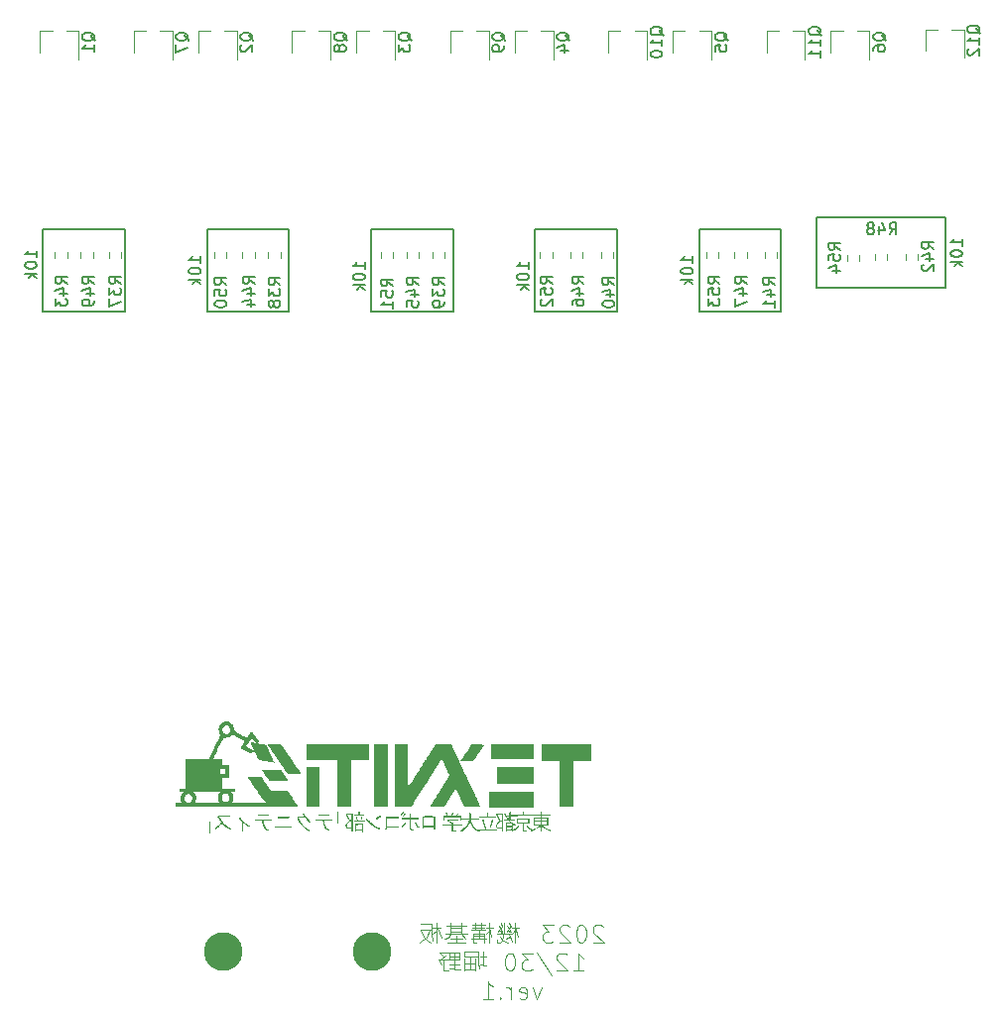
<source format=gbr>
%TF.GenerationSoftware,KiCad,Pcbnew,6.0.11-2627ca5db0~126~ubuntu20.04.1*%
%TF.CreationDate,2023-12-31T19:32:31+09:00*%
%TF.ProjectId,wheel,77686565-6c2e-46b6-9963-61645f706362,rev?*%
%TF.SameCoordinates,Original*%
%TF.FileFunction,Legend,Bot*%
%TF.FilePolarity,Positive*%
%FSLAX46Y46*%
G04 Gerber Fmt 4.6, Leading zero omitted, Abs format (unit mm)*
G04 Created by KiCad (PCBNEW 6.0.11-2627ca5db0~126~ubuntu20.04.1) date 2023-12-31 19:32:31*
%MOMM*%
%LPD*%
G01*
G04 APERTURE LIST*
%ADD10C,0.150000*%
%ADD11C,0.100000*%
%ADD12C,0.120000*%
%ADD13C,3.300000*%
G04 APERTURE END LIST*
D10*
X84000000Y-99000000D02*
X91000000Y-99000000D01*
X91000000Y-99000000D02*
X91000000Y-92000000D01*
X91000000Y-92000000D02*
X84000000Y-92000000D01*
X84000000Y-92000000D02*
X84000000Y-99000000D01*
X112000000Y-99000000D02*
X119000000Y-99000000D01*
X119000000Y-99000000D02*
X119000000Y-92000000D01*
X119000000Y-92000000D02*
X112000000Y-92000000D01*
X112000000Y-92000000D02*
X112000000Y-99000000D01*
X136000000Y-97000000D02*
X147000000Y-97000000D01*
X147000000Y-97000000D02*
X147000000Y-91000000D01*
X147000000Y-91000000D02*
X136000000Y-91000000D01*
X136000000Y-91000000D02*
X136000000Y-97000000D01*
X126000000Y-99000000D02*
X133000000Y-99000000D01*
X133000000Y-99000000D02*
X133000000Y-92000000D01*
X133000000Y-92000000D02*
X126000000Y-92000000D01*
X126000000Y-92000000D02*
X126000000Y-99000000D01*
X98000000Y-99000000D02*
X105000000Y-99000000D01*
X105000000Y-99000000D02*
X105000000Y-92000000D01*
X105000000Y-92000000D02*
X98000000Y-92000000D01*
X98000000Y-92000000D02*
X98000000Y-99000000D01*
X70000000Y-99000000D02*
X77000000Y-99000000D01*
X77000000Y-99000000D02*
X77000000Y-92000000D01*
X77000000Y-92000000D02*
X70000000Y-92000000D01*
X70000000Y-92000000D02*
X70000000Y-99000000D01*
X148452380Y-93404761D02*
X148452380Y-92833333D01*
X148452380Y-93119047D02*
X147452380Y-93119047D01*
X147595238Y-93023809D01*
X147690476Y-92928571D01*
X147738095Y-92833333D01*
X147452380Y-94023809D02*
X147452380Y-94119047D01*
X147500000Y-94214285D01*
X147547619Y-94261904D01*
X147642857Y-94309523D01*
X147833333Y-94357142D01*
X148071428Y-94357142D01*
X148261904Y-94309523D01*
X148357142Y-94261904D01*
X148404761Y-94214285D01*
X148452380Y-94119047D01*
X148452380Y-94023809D01*
X148404761Y-93928571D01*
X148357142Y-93880952D01*
X148261904Y-93833333D01*
X148071428Y-93785714D01*
X147833333Y-93785714D01*
X147642857Y-93833333D01*
X147547619Y-93880952D01*
X147500000Y-93928571D01*
X147452380Y-94023809D01*
X148452380Y-94785714D02*
X147452380Y-94785714D01*
X148071428Y-94880952D02*
X148452380Y-95166666D01*
X147785714Y-95166666D02*
X148166666Y-94785714D01*
X83452380Y-94904761D02*
X83452380Y-94333333D01*
X83452380Y-94619047D02*
X82452380Y-94619047D01*
X82595238Y-94523809D01*
X82690476Y-94428571D01*
X82738095Y-94333333D01*
X82452380Y-95523809D02*
X82452380Y-95619047D01*
X82500000Y-95714285D01*
X82547619Y-95761904D01*
X82642857Y-95809523D01*
X82833333Y-95857142D01*
X83071428Y-95857142D01*
X83261904Y-95809523D01*
X83357142Y-95761904D01*
X83404761Y-95714285D01*
X83452380Y-95619047D01*
X83452380Y-95523809D01*
X83404761Y-95428571D01*
X83357142Y-95380952D01*
X83261904Y-95333333D01*
X83071428Y-95285714D01*
X82833333Y-95285714D01*
X82642857Y-95333333D01*
X82547619Y-95380952D01*
X82500000Y-95428571D01*
X82452380Y-95523809D01*
X83452380Y-96285714D02*
X82452380Y-96285714D01*
X83071428Y-96380952D02*
X83452380Y-96666666D01*
X82785714Y-96666666D02*
X83166666Y-96285714D01*
X69452380Y-94404761D02*
X69452380Y-93833333D01*
X69452380Y-94119047D02*
X68452380Y-94119047D01*
X68595238Y-94023809D01*
X68690476Y-93928571D01*
X68738095Y-93833333D01*
X68452380Y-95023809D02*
X68452380Y-95119047D01*
X68500000Y-95214285D01*
X68547619Y-95261904D01*
X68642857Y-95309523D01*
X68833333Y-95357142D01*
X69071428Y-95357142D01*
X69261904Y-95309523D01*
X69357142Y-95261904D01*
X69404761Y-95214285D01*
X69452380Y-95119047D01*
X69452380Y-95023809D01*
X69404761Y-94928571D01*
X69357142Y-94880952D01*
X69261904Y-94833333D01*
X69071428Y-94785714D01*
X68833333Y-94785714D01*
X68642857Y-94833333D01*
X68547619Y-94880952D01*
X68500000Y-94928571D01*
X68452380Y-95023809D01*
X69452380Y-95785714D02*
X68452380Y-95785714D01*
X69071428Y-95880952D02*
X69452380Y-96166666D01*
X68785714Y-96166666D02*
X69166666Y-95785714D01*
X125452380Y-94904761D02*
X125452380Y-94333333D01*
X125452380Y-94619047D02*
X124452380Y-94619047D01*
X124595238Y-94523809D01*
X124690476Y-94428571D01*
X124738095Y-94333333D01*
X124452380Y-95523809D02*
X124452380Y-95619047D01*
X124500000Y-95714285D01*
X124547619Y-95761904D01*
X124642857Y-95809523D01*
X124833333Y-95857142D01*
X125071428Y-95857142D01*
X125261904Y-95809523D01*
X125357142Y-95761904D01*
X125404761Y-95714285D01*
X125452380Y-95619047D01*
X125452380Y-95523809D01*
X125404761Y-95428571D01*
X125357142Y-95380952D01*
X125261904Y-95333333D01*
X125071428Y-95285714D01*
X124833333Y-95285714D01*
X124642857Y-95333333D01*
X124547619Y-95380952D01*
X124500000Y-95428571D01*
X124452380Y-95523809D01*
X125452380Y-96285714D02*
X124452380Y-96285714D01*
X125071428Y-96380952D02*
X125452380Y-96666666D01*
X124785714Y-96666666D02*
X125166666Y-96285714D01*
X97452380Y-95404761D02*
X97452380Y-94833333D01*
X97452380Y-95119047D02*
X96452380Y-95119047D01*
X96595238Y-95023809D01*
X96690476Y-94928571D01*
X96738095Y-94833333D01*
X96452380Y-96023809D02*
X96452380Y-96119047D01*
X96500000Y-96214285D01*
X96547619Y-96261904D01*
X96642857Y-96309523D01*
X96833333Y-96357142D01*
X97071428Y-96357142D01*
X97261904Y-96309523D01*
X97357142Y-96261904D01*
X97404761Y-96214285D01*
X97452380Y-96119047D01*
X97452380Y-96023809D01*
X97404761Y-95928571D01*
X97357142Y-95880952D01*
X97261904Y-95833333D01*
X97071428Y-95785714D01*
X96833333Y-95785714D01*
X96642857Y-95833333D01*
X96547619Y-95880952D01*
X96500000Y-95928571D01*
X96452380Y-96023809D01*
X97452380Y-96785714D02*
X96452380Y-96785714D01*
X97071428Y-96880952D02*
X97452380Y-97166666D01*
X96785714Y-97166666D02*
X97166666Y-96785714D01*
X111452380Y-95404761D02*
X111452380Y-94833333D01*
X111452380Y-95119047D02*
X110452380Y-95119047D01*
X110595238Y-95023809D01*
X110690476Y-94928571D01*
X110738095Y-94833333D01*
X110452380Y-96023809D02*
X110452380Y-96119047D01*
X110500000Y-96214285D01*
X110547619Y-96261904D01*
X110642857Y-96309523D01*
X110833333Y-96357142D01*
X111071428Y-96357142D01*
X111261904Y-96309523D01*
X111357142Y-96261904D01*
X111404761Y-96214285D01*
X111452380Y-96119047D01*
X111452380Y-96023809D01*
X111404761Y-95928571D01*
X111357142Y-95880952D01*
X111261904Y-95833333D01*
X111071428Y-95785714D01*
X110833333Y-95785714D01*
X110642857Y-95833333D01*
X110547619Y-95880952D01*
X110500000Y-95928571D01*
X110452380Y-96023809D01*
X111452380Y-96785714D02*
X110452380Y-96785714D01*
X111071428Y-96880952D02*
X111452380Y-97166666D01*
X110785714Y-97166666D02*
X111166666Y-96785714D01*
D11*
X117785714Y-151506428D02*
X117714285Y-151435000D01*
X117571428Y-151363571D01*
X117214285Y-151363571D01*
X117071428Y-151435000D01*
X117000000Y-151506428D01*
X116928571Y-151649285D01*
X116928571Y-151792142D01*
X117000000Y-152006428D01*
X117857142Y-152863571D01*
X116928571Y-152863571D01*
X116000000Y-151363571D02*
X115857142Y-151363571D01*
X115714285Y-151435000D01*
X115642857Y-151506428D01*
X115571428Y-151649285D01*
X115500000Y-151935000D01*
X115500000Y-152292142D01*
X115571428Y-152577857D01*
X115642857Y-152720714D01*
X115714285Y-152792142D01*
X115857142Y-152863571D01*
X116000000Y-152863571D01*
X116142857Y-152792142D01*
X116214285Y-152720714D01*
X116285714Y-152577857D01*
X116357142Y-152292142D01*
X116357142Y-151935000D01*
X116285714Y-151649285D01*
X116214285Y-151506428D01*
X116142857Y-151435000D01*
X116000000Y-151363571D01*
X114928571Y-151506428D02*
X114857142Y-151435000D01*
X114714285Y-151363571D01*
X114357142Y-151363571D01*
X114214285Y-151435000D01*
X114142857Y-151506428D01*
X114071428Y-151649285D01*
X114071428Y-151792142D01*
X114142857Y-152006428D01*
X115000000Y-152863571D01*
X114071428Y-152863571D01*
X113571428Y-151363571D02*
X112642857Y-151363571D01*
X113142857Y-151935000D01*
X112928571Y-151935000D01*
X112785714Y-152006428D01*
X112714285Y-152077857D01*
X112642857Y-152220714D01*
X112642857Y-152577857D01*
X112714285Y-152720714D01*
X112785714Y-152792142D01*
X112928571Y-152863571D01*
X113357142Y-152863571D01*
X113500000Y-152792142D01*
X113571428Y-152720714D01*
X110642857Y-151649285D02*
X110000000Y-151649285D01*
X110000000Y-152149285D02*
X108785714Y-152149285D01*
X110285714Y-151149285D02*
X110285714Y-152863571D01*
X110357142Y-151577857D02*
X110142857Y-152006428D01*
X109142857Y-152006428D02*
X108928571Y-152077857D01*
X109857142Y-152363571D02*
X109500000Y-152506428D01*
X109000000Y-152363571D02*
X109285714Y-152720714D01*
X109642857Y-152863571D01*
X110285714Y-151506428D02*
X110571428Y-152363571D01*
X109785714Y-152149285D02*
X110000000Y-152792142D01*
X109785714Y-151220714D02*
X109928571Y-151506428D01*
X109785714Y-151649285D01*
X109571428Y-151435000D02*
X109928571Y-151935000D01*
X109571428Y-151863571D01*
X109642857Y-151792142D02*
X109571428Y-151935000D01*
X109071428Y-151220714D02*
X109214285Y-151506428D01*
X109071428Y-151649285D01*
X108928571Y-151435000D02*
X109214285Y-151935000D01*
X108928571Y-151863571D01*
X108928571Y-151792142D02*
X108857142Y-151935000D01*
X109357142Y-151149285D02*
X109357142Y-151863571D01*
X109214285Y-152720714D01*
X109000000Y-152863571D01*
X108785714Y-152863571D01*
X108714285Y-152649285D01*
X107714285Y-151363571D02*
X106642857Y-151363571D01*
X107642857Y-151577857D02*
X106642857Y-151577857D01*
X108428571Y-151577857D02*
X107785714Y-151577857D01*
X107714285Y-151792142D02*
X106571428Y-151792142D01*
X107642857Y-152292142D02*
X106714285Y-152292142D01*
X107785714Y-152577857D02*
X106571428Y-152577857D01*
X107000000Y-152863571D02*
X106714285Y-152863571D01*
X108071428Y-151149285D02*
X108071428Y-152863571D01*
X107642857Y-152077857D02*
X107642857Y-152863571D01*
X107428571Y-151149285D02*
X107428571Y-151792142D01*
X107214285Y-151792142D02*
X107214285Y-152506428D01*
X106928571Y-151149285D02*
X106928571Y-151792142D01*
X107642857Y-152077857D02*
X106714285Y-152077857D01*
X106714285Y-152863571D01*
X108071428Y-151863571D02*
X107857142Y-152077857D01*
X108071428Y-151506428D02*
X108285714Y-152363571D01*
X106142857Y-151435000D02*
X104428571Y-151435000D01*
X105714285Y-151649285D02*
X104785714Y-151649285D01*
X105714285Y-151935000D02*
X104785714Y-151935000D01*
X106214285Y-152149285D02*
X104357142Y-152149285D01*
X105785714Y-152506428D02*
X104785714Y-152506428D01*
X106071428Y-152863571D02*
X104500000Y-152863571D01*
X105285714Y-152292142D02*
X105285714Y-152863571D01*
X105714285Y-151149285D02*
X105714285Y-152149285D01*
X106071428Y-152577857D01*
X104785714Y-151149285D02*
X104785714Y-152149285D01*
X104642857Y-152435000D01*
X104285714Y-152577857D01*
X103142857Y-151292142D02*
X102214285Y-151292142D01*
X103928571Y-151577857D02*
X103285714Y-151577857D01*
X103571428Y-151149285D02*
X103571428Y-152863571D01*
X103571428Y-151863571D02*
X103285714Y-152149285D01*
X103000000Y-151792142D02*
X102714285Y-152435000D01*
X102357142Y-152720714D01*
X102142857Y-152863571D01*
X103642857Y-151649285D02*
X104000000Y-152435000D01*
X103142857Y-151792142D02*
X102214285Y-151792142D01*
X102500000Y-152363571D01*
X102785714Y-152720714D01*
X103071428Y-152863571D01*
X103142857Y-151292142D02*
X103142857Y-152149285D01*
X103214285Y-152720714D01*
X115285714Y-155278571D02*
X116142857Y-155278571D01*
X115714285Y-155278571D02*
X115714285Y-153778571D01*
X115857142Y-153992857D01*
X116000000Y-154135714D01*
X116142857Y-154207142D01*
X114714285Y-153921428D02*
X114642857Y-153850000D01*
X114500000Y-153778571D01*
X114142857Y-153778571D01*
X114000000Y-153850000D01*
X113928571Y-153921428D01*
X113857142Y-154064285D01*
X113857142Y-154207142D01*
X113928571Y-154421428D01*
X114785714Y-155278571D01*
X113857142Y-155278571D01*
X112142857Y-153707142D02*
X113428571Y-155635714D01*
X111785714Y-153778571D02*
X110857142Y-153778571D01*
X111357142Y-154350000D01*
X111142857Y-154350000D01*
X111000000Y-154421428D01*
X110928571Y-154492857D01*
X110857142Y-154635714D01*
X110857142Y-154992857D01*
X110928571Y-155135714D01*
X111000000Y-155207142D01*
X111142857Y-155278571D01*
X111571428Y-155278571D01*
X111714285Y-155207142D01*
X111785714Y-155135714D01*
X109928571Y-153778571D02*
X109785714Y-153778571D01*
X109642857Y-153850000D01*
X109571428Y-153921428D01*
X109500000Y-154064285D01*
X109428571Y-154350000D01*
X109428571Y-154707142D01*
X109500000Y-154992857D01*
X109571428Y-155135714D01*
X109642857Y-155207142D01*
X109785714Y-155278571D01*
X109928571Y-155278571D01*
X110071428Y-155207142D01*
X110142857Y-155135714D01*
X110214285Y-154992857D01*
X110285714Y-154707142D01*
X110285714Y-154350000D01*
X110214285Y-154064285D01*
X110142857Y-153921428D01*
X110071428Y-153850000D01*
X109928571Y-153778571D01*
X107142857Y-154064285D02*
X106000000Y-154064285D01*
X107857142Y-154064285D02*
X107285714Y-154064285D01*
X106928571Y-154635714D02*
X106000000Y-154635714D01*
X106928571Y-155207142D02*
X106000000Y-155207142D01*
X107571428Y-153635714D02*
X107571428Y-154778571D01*
X106928571Y-154778571D02*
X106928571Y-155278571D01*
X106928571Y-154278571D02*
X106928571Y-154635714D01*
X106500000Y-154135714D02*
X106500000Y-155207142D01*
X106000000Y-154278571D02*
X106000000Y-154635714D01*
X107142857Y-153635714D02*
X106000000Y-153635714D01*
X106000000Y-154064285D01*
X106000000Y-154778571D02*
X106000000Y-155278571D01*
X107285714Y-154707142D02*
X107857142Y-154850000D01*
X107142857Y-153635714D02*
X107142857Y-154564285D01*
X107214285Y-155064285D01*
X105571428Y-154064285D02*
X104714285Y-154064285D01*
X105571428Y-154350000D02*
X104714285Y-154350000D01*
X105571428Y-154707142D02*
X104714285Y-154707142D01*
X104571428Y-155278571D02*
X104285714Y-155278571D01*
X105571428Y-153707142D02*
X105571428Y-154350000D01*
X105142857Y-153707142D02*
X105142857Y-155135714D01*
X105571428Y-153707142D02*
X104714285Y-153707142D01*
X104714285Y-154350000D01*
X104214285Y-154350000D02*
X104214285Y-155278571D01*
X104357142Y-153992857D02*
X104000000Y-154278571D01*
X104571428Y-153707142D02*
X103857142Y-153707142D01*
X104214285Y-154064285D01*
X104642857Y-154350000D02*
X103785714Y-154350000D01*
X104000000Y-154707142D01*
X104714285Y-155064285D02*
X105642857Y-155207142D01*
X112535714Y-156693571D02*
X112178571Y-157693571D01*
X111821428Y-156693571D01*
X110678571Y-157622142D02*
X110821428Y-157693571D01*
X111107142Y-157693571D01*
X111250000Y-157622142D01*
X111321428Y-157479285D01*
X111321428Y-156907857D01*
X111250000Y-156765000D01*
X111107142Y-156693571D01*
X110821428Y-156693571D01*
X110678571Y-156765000D01*
X110607142Y-156907857D01*
X110607142Y-157050714D01*
X111321428Y-157193571D01*
X109964285Y-157693571D02*
X109964285Y-156693571D01*
X109964285Y-156979285D02*
X109892857Y-156836428D01*
X109821428Y-156765000D01*
X109678571Y-156693571D01*
X109535714Y-156693571D01*
X109035714Y-157550714D02*
X108964285Y-157622142D01*
X109035714Y-157693571D01*
X109107142Y-157622142D01*
X109035714Y-157550714D01*
X109035714Y-157693571D01*
X107535714Y-157693571D02*
X108392857Y-157693571D01*
X107964285Y-157693571D02*
X107964285Y-156193571D01*
X108107142Y-156407857D01*
X108250000Y-156550714D01*
X108392857Y-156622142D01*
D10*
%TO.C,R48*%
X142242857Y-92452380D02*
X142576190Y-91976190D01*
X142814285Y-92452380D02*
X142814285Y-91452380D01*
X142433333Y-91452380D01*
X142338095Y-91500000D01*
X142290476Y-91547619D01*
X142242857Y-91642857D01*
X142242857Y-91785714D01*
X142290476Y-91880952D01*
X142338095Y-91928571D01*
X142433333Y-91976190D01*
X142814285Y-91976190D01*
X141385714Y-91785714D02*
X141385714Y-92452380D01*
X141623809Y-91404761D02*
X141861904Y-92119047D01*
X141242857Y-92119047D01*
X140719047Y-91880952D02*
X140814285Y-91833333D01*
X140861904Y-91785714D01*
X140909523Y-91690476D01*
X140909523Y-91642857D01*
X140861904Y-91547619D01*
X140814285Y-91500000D01*
X140719047Y-91452380D01*
X140528571Y-91452380D01*
X140433333Y-91500000D01*
X140385714Y-91547619D01*
X140338095Y-91642857D01*
X140338095Y-91690476D01*
X140385714Y-91785714D01*
X140433333Y-91833333D01*
X140528571Y-91880952D01*
X140719047Y-91880952D01*
X140814285Y-91928571D01*
X140861904Y-91976190D01*
X140909523Y-92071428D01*
X140909523Y-92261904D01*
X140861904Y-92357142D01*
X140814285Y-92404761D01*
X140719047Y-92452380D01*
X140528571Y-92452380D01*
X140433333Y-92404761D01*
X140385714Y-92357142D01*
X140338095Y-92261904D01*
X140338095Y-92071428D01*
X140385714Y-91976190D01*
X140433333Y-91928571D01*
X140528571Y-91880952D01*
%TO.C,R47*%
X130052380Y-96657142D02*
X129576190Y-96323809D01*
X130052380Y-96085714D02*
X129052380Y-96085714D01*
X129052380Y-96466666D01*
X129100000Y-96561904D01*
X129147619Y-96609523D01*
X129242857Y-96657142D01*
X129385714Y-96657142D01*
X129480952Y-96609523D01*
X129528571Y-96561904D01*
X129576190Y-96466666D01*
X129576190Y-96085714D01*
X129385714Y-97514285D02*
X130052380Y-97514285D01*
X129004761Y-97276190D02*
X129719047Y-97038095D01*
X129719047Y-97657142D01*
X129052380Y-97942857D02*
X129052380Y-98609523D01*
X130052380Y-98180952D01*
%TO.C,Q9*%
X109437619Y-75954761D02*
X109390000Y-75859523D01*
X109294761Y-75764285D01*
X109151904Y-75621428D01*
X109104285Y-75526190D01*
X109104285Y-75430952D01*
X109342380Y-75478571D02*
X109294761Y-75383333D01*
X109199523Y-75288095D01*
X109009047Y-75240476D01*
X108675714Y-75240476D01*
X108485238Y-75288095D01*
X108390000Y-75383333D01*
X108342380Y-75478571D01*
X108342380Y-75669047D01*
X108390000Y-75764285D01*
X108485238Y-75859523D01*
X108675714Y-75907142D01*
X109009047Y-75907142D01*
X109199523Y-75859523D01*
X109294761Y-75764285D01*
X109342380Y-75669047D01*
X109342380Y-75478571D01*
X109342380Y-76383333D02*
X109342380Y-76573809D01*
X109294761Y-76669047D01*
X109247142Y-76716666D01*
X109104285Y-76811904D01*
X108913809Y-76859523D01*
X108532857Y-76859523D01*
X108437619Y-76811904D01*
X108390000Y-76764285D01*
X108342380Y-76669047D01*
X108342380Y-76478571D01*
X108390000Y-76383333D01*
X108437619Y-76335714D01*
X108532857Y-76288095D01*
X108770952Y-76288095D01*
X108866190Y-76335714D01*
X108913809Y-76383333D01*
X108961428Y-76478571D01*
X108961428Y-76669047D01*
X108913809Y-76764285D01*
X108866190Y-76811904D01*
X108770952Y-76859523D01*
%TO.C,R50*%
X85652380Y-96757142D02*
X85176190Y-96423809D01*
X85652380Y-96185714D02*
X84652380Y-96185714D01*
X84652380Y-96566666D01*
X84700000Y-96661904D01*
X84747619Y-96709523D01*
X84842857Y-96757142D01*
X84985714Y-96757142D01*
X85080952Y-96709523D01*
X85128571Y-96661904D01*
X85176190Y-96566666D01*
X85176190Y-96185714D01*
X84652380Y-97661904D02*
X84652380Y-97185714D01*
X85128571Y-97138095D01*
X85080952Y-97185714D01*
X85033333Y-97280952D01*
X85033333Y-97519047D01*
X85080952Y-97614285D01*
X85128571Y-97661904D01*
X85223809Y-97709523D01*
X85461904Y-97709523D01*
X85557142Y-97661904D01*
X85604761Y-97614285D01*
X85652380Y-97519047D01*
X85652380Y-97280952D01*
X85604761Y-97185714D01*
X85557142Y-97138095D01*
X84652380Y-98328571D02*
X84652380Y-98423809D01*
X84700000Y-98519047D01*
X84747619Y-98566666D01*
X84842857Y-98614285D01*
X85033333Y-98661904D01*
X85271428Y-98661904D01*
X85461904Y-98614285D01*
X85557142Y-98566666D01*
X85604761Y-98519047D01*
X85652380Y-98423809D01*
X85652380Y-98328571D01*
X85604761Y-98233333D01*
X85557142Y-98185714D01*
X85461904Y-98138095D01*
X85271428Y-98090476D01*
X85033333Y-98090476D01*
X84842857Y-98138095D01*
X84747619Y-98185714D01*
X84700000Y-98233333D01*
X84652380Y-98328571D01*
%TO.C,R53*%
X127752380Y-96657142D02*
X127276190Y-96323809D01*
X127752380Y-96085714D02*
X126752380Y-96085714D01*
X126752380Y-96466666D01*
X126800000Y-96561904D01*
X126847619Y-96609523D01*
X126942857Y-96657142D01*
X127085714Y-96657142D01*
X127180952Y-96609523D01*
X127228571Y-96561904D01*
X127276190Y-96466666D01*
X127276190Y-96085714D01*
X126752380Y-97561904D02*
X126752380Y-97085714D01*
X127228571Y-97038095D01*
X127180952Y-97085714D01*
X127133333Y-97180952D01*
X127133333Y-97419047D01*
X127180952Y-97514285D01*
X127228571Y-97561904D01*
X127323809Y-97609523D01*
X127561904Y-97609523D01*
X127657142Y-97561904D01*
X127704761Y-97514285D01*
X127752380Y-97419047D01*
X127752380Y-97180952D01*
X127704761Y-97085714D01*
X127657142Y-97038095D01*
X126752380Y-97942857D02*
X126752380Y-98561904D01*
X127133333Y-98228571D01*
X127133333Y-98371428D01*
X127180952Y-98466666D01*
X127228571Y-98514285D01*
X127323809Y-98561904D01*
X127561904Y-98561904D01*
X127657142Y-98514285D01*
X127704761Y-98466666D01*
X127752380Y-98371428D01*
X127752380Y-98085714D01*
X127704761Y-97990476D01*
X127657142Y-97942857D01*
%TO.C,R44*%
X88052380Y-96657142D02*
X87576190Y-96323809D01*
X88052380Y-96085714D02*
X87052380Y-96085714D01*
X87052380Y-96466666D01*
X87100000Y-96561904D01*
X87147619Y-96609523D01*
X87242857Y-96657142D01*
X87385714Y-96657142D01*
X87480952Y-96609523D01*
X87528571Y-96561904D01*
X87576190Y-96466666D01*
X87576190Y-96085714D01*
X87385714Y-97514285D02*
X88052380Y-97514285D01*
X87004761Y-97276190D02*
X87719047Y-97038095D01*
X87719047Y-97657142D01*
X87385714Y-98466666D02*
X88052380Y-98466666D01*
X87004761Y-98228571D02*
X87719047Y-97990476D01*
X87719047Y-98609523D01*
%TO.C,Q8*%
X95937619Y-75954761D02*
X95890000Y-75859523D01*
X95794761Y-75764285D01*
X95651904Y-75621428D01*
X95604285Y-75526190D01*
X95604285Y-75430952D01*
X95842380Y-75478571D02*
X95794761Y-75383333D01*
X95699523Y-75288095D01*
X95509047Y-75240476D01*
X95175714Y-75240476D01*
X94985238Y-75288095D01*
X94890000Y-75383333D01*
X94842380Y-75478571D01*
X94842380Y-75669047D01*
X94890000Y-75764285D01*
X94985238Y-75859523D01*
X95175714Y-75907142D01*
X95509047Y-75907142D01*
X95699523Y-75859523D01*
X95794761Y-75764285D01*
X95842380Y-75669047D01*
X95842380Y-75478571D01*
X95270952Y-76478571D02*
X95223333Y-76383333D01*
X95175714Y-76335714D01*
X95080476Y-76288095D01*
X95032857Y-76288095D01*
X94937619Y-76335714D01*
X94890000Y-76383333D01*
X94842380Y-76478571D01*
X94842380Y-76669047D01*
X94890000Y-76764285D01*
X94937619Y-76811904D01*
X95032857Y-76859523D01*
X95080476Y-76859523D01*
X95175714Y-76811904D01*
X95223333Y-76764285D01*
X95270952Y-76669047D01*
X95270952Y-76478571D01*
X95318571Y-76383333D01*
X95366190Y-76335714D01*
X95461428Y-76288095D01*
X95651904Y-76288095D01*
X95747142Y-76335714D01*
X95794761Y-76383333D01*
X95842380Y-76478571D01*
X95842380Y-76669047D01*
X95794761Y-76764285D01*
X95747142Y-76811904D01*
X95651904Y-76859523D01*
X95461428Y-76859523D01*
X95366190Y-76811904D01*
X95318571Y-76764285D01*
X95270952Y-76669047D01*
%TO.C,Q4*%
X114937619Y-75954761D02*
X114890000Y-75859523D01*
X114794761Y-75764285D01*
X114651904Y-75621428D01*
X114604285Y-75526190D01*
X114604285Y-75430952D01*
X114842380Y-75478571D02*
X114794761Y-75383333D01*
X114699523Y-75288095D01*
X114509047Y-75240476D01*
X114175714Y-75240476D01*
X113985238Y-75288095D01*
X113890000Y-75383333D01*
X113842380Y-75478571D01*
X113842380Y-75669047D01*
X113890000Y-75764285D01*
X113985238Y-75859523D01*
X114175714Y-75907142D01*
X114509047Y-75907142D01*
X114699523Y-75859523D01*
X114794761Y-75764285D01*
X114842380Y-75669047D01*
X114842380Y-75478571D01*
X114175714Y-76764285D02*
X114842380Y-76764285D01*
X113794761Y-76526190D02*
X114509047Y-76288095D01*
X114509047Y-76907142D01*
%TO.C,R41*%
X132452380Y-96757142D02*
X131976190Y-96423809D01*
X132452380Y-96185714D02*
X131452380Y-96185714D01*
X131452380Y-96566666D01*
X131500000Y-96661904D01*
X131547619Y-96709523D01*
X131642857Y-96757142D01*
X131785714Y-96757142D01*
X131880952Y-96709523D01*
X131928571Y-96661904D01*
X131976190Y-96566666D01*
X131976190Y-96185714D01*
X131785714Y-97614285D02*
X132452380Y-97614285D01*
X131404761Y-97376190D02*
X132119047Y-97138095D01*
X132119047Y-97757142D01*
X132452380Y-98661904D02*
X132452380Y-98090476D01*
X132452380Y-98376190D02*
X131452380Y-98376190D01*
X131595238Y-98280952D01*
X131690476Y-98185714D01*
X131738095Y-98090476D01*
%TO.C,Q12*%
X149987619Y-75328571D02*
X149940000Y-75233333D01*
X149844761Y-75138095D01*
X149701904Y-74995238D01*
X149654285Y-74900000D01*
X149654285Y-74804761D01*
X149892380Y-74852380D02*
X149844761Y-74757142D01*
X149749523Y-74661904D01*
X149559047Y-74614285D01*
X149225714Y-74614285D01*
X149035238Y-74661904D01*
X148940000Y-74757142D01*
X148892380Y-74852380D01*
X148892380Y-75042857D01*
X148940000Y-75138095D01*
X149035238Y-75233333D01*
X149225714Y-75280952D01*
X149559047Y-75280952D01*
X149749523Y-75233333D01*
X149844761Y-75138095D01*
X149892380Y-75042857D01*
X149892380Y-74852380D01*
X149892380Y-76233333D02*
X149892380Y-75661904D01*
X149892380Y-75947619D02*
X148892380Y-75947619D01*
X149035238Y-75852380D01*
X149130476Y-75757142D01*
X149178095Y-75661904D01*
X148987619Y-76614285D02*
X148940000Y-76661904D01*
X148892380Y-76757142D01*
X148892380Y-76995238D01*
X148940000Y-77090476D01*
X148987619Y-77138095D01*
X149082857Y-77185714D01*
X149178095Y-77185714D01*
X149320952Y-77138095D01*
X149892380Y-76566666D01*
X149892380Y-77185714D01*
%TO.C,Q1*%
X74437619Y-75954761D02*
X74390000Y-75859523D01*
X74294761Y-75764285D01*
X74151904Y-75621428D01*
X74104285Y-75526190D01*
X74104285Y-75430952D01*
X74342380Y-75478571D02*
X74294761Y-75383333D01*
X74199523Y-75288095D01*
X74009047Y-75240476D01*
X73675714Y-75240476D01*
X73485238Y-75288095D01*
X73390000Y-75383333D01*
X73342380Y-75478571D01*
X73342380Y-75669047D01*
X73390000Y-75764285D01*
X73485238Y-75859523D01*
X73675714Y-75907142D01*
X74009047Y-75907142D01*
X74199523Y-75859523D01*
X74294761Y-75764285D01*
X74342380Y-75669047D01*
X74342380Y-75478571D01*
X74342380Y-76859523D02*
X74342380Y-76288095D01*
X74342380Y-76573809D02*
X73342380Y-76573809D01*
X73485238Y-76478571D01*
X73580476Y-76383333D01*
X73628095Y-76288095D01*
%TO.C,R54*%
X138052380Y-93757142D02*
X137576190Y-93423809D01*
X138052380Y-93185714D02*
X137052380Y-93185714D01*
X137052380Y-93566666D01*
X137100000Y-93661904D01*
X137147619Y-93709523D01*
X137242857Y-93757142D01*
X137385714Y-93757142D01*
X137480952Y-93709523D01*
X137528571Y-93661904D01*
X137576190Y-93566666D01*
X137576190Y-93185714D01*
X137052380Y-94661904D02*
X137052380Y-94185714D01*
X137528571Y-94138095D01*
X137480952Y-94185714D01*
X137433333Y-94280952D01*
X137433333Y-94519047D01*
X137480952Y-94614285D01*
X137528571Y-94661904D01*
X137623809Y-94709523D01*
X137861904Y-94709523D01*
X137957142Y-94661904D01*
X138004761Y-94614285D01*
X138052380Y-94519047D01*
X138052380Y-94280952D01*
X138004761Y-94185714D01*
X137957142Y-94138095D01*
X137385714Y-95566666D02*
X138052380Y-95566666D01*
X137004761Y-95328571D02*
X137719047Y-95090476D01*
X137719047Y-95709523D01*
%TO.C,Q7*%
X82437619Y-75954761D02*
X82390000Y-75859523D01*
X82294761Y-75764285D01*
X82151904Y-75621428D01*
X82104285Y-75526190D01*
X82104285Y-75430952D01*
X82342380Y-75478571D02*
X82294761Y-75383333D01*
X82199523Y-75288095D01*
X82009047Y-75240476D01*
X81675714Y-75240476D01*
X81485238Y-75288095D01*
X81390000Y-75383333D01*
X81342380Y-75478571D01*
X81342380Y-75669047D01*
X81390000Y-75764285D01*
X81485238Y-75859523D01*
X81675714Y-75907142D01*
X82009047Y-75907142D01*
X82199523Y-75859523D01*
X82294761Y-75764285D01*
X82342380Y-75669047D01*
X82342380Y-75478571D01*
X81342380Y-76240476D02*
X81342380Y-76907142D01*
X82342380Y-76478571D01*
%TO.C,Q6*%
X141937619Y-75954761D02*
X141890000Y-75859523D01*
X141794761Y-75764285D01*
X141651904Y-75621428D01*
X141604285Y-75526190D01*
X141604285Y-75430952D01*
X141842380Y-75478571D02*
X141794761Y-75383333D01*
X141699523Y-75288095D01*
X141509047Y-75240476D01*
X141175714Y-75240476D01*
X140985238Y-75288095D01*
X140890000Y-75383333D01*
X140842380Y-75478571D01*
X140842380Y-75669047D01*
X140890000Y-75764285D01*
X140985238Y-75859523D01*
X141175714Y-75907142D01*
X141509047Y-75907142D01*
X141699523Y-75859523D01*
X141794761Y-75764285D01*
X141842380Y-75669047D01*
X141842380Y-75478571D01*
X140842380Y-76764285D02*
X140842380Y-76573809D01*
X140890000Y-76478571D01*
X140937619Y-76430952D01*
X141080476Y-76335714D01*
X141270952Y-76288095D01*
X141651904Y-76288095D01*
X141747142Y-76335714D01*
X141794761Y-76383333D01*
X141842380Y-76478571D01*
X141842380Y-76669047D01*
X141794761Y-76764285D01*
X141747142Y-76811904D01*
X141651904Y-76859523D01*
X141413809Y-76859523D01*
X141318571Y-76811904D01*
X141270952Y-76764285D01*
X141223333Y-76669047D01*
X141223333Y-76478571D01*
X141270952Y-76383333D01*
X141318571Y-76335714D01*
X141413809Y-76288095D01*
%TO.C,Q3*%
X101437619Y-75954761D02*
X101390000Y-75859523D01*
X101294761Y-75764285D01*
X101151904Y-75621428D01*
X101104285Y-75526190D01*
X101104285Y-75430952D01*
X101342380Y-75478571D02*
X101294761Y-75383333D01*
X101199523Y-75288095D01*
X101009047Y-75240476D01*
X100675714Y-75240476D01*
X100485238Y-75288095D01*
X100390000Y-75383333D01*
X100342380Y-75478571D01*
X100342380Y-75669047D01*
X100390000Y-75764285D01*
X100485238Y-75859523D01*
X100675714Y-75907142D01*
X101009047Y-75907142D01*
X101199523Y-75859523D01*
X101294761Y-75764285D01*
X101342380Y-75669047D01*
X101342380Y-75478571D01*
X100342380Y-76240476D02*
X100342380Y-76859523D01*
X100723333Y-76526190D01*
X100723333Y-76669047D01*
X100770952Y-76764285D01*
X100818571Y-76811904D01*
X100913809Y-76859523D01*
X101151904Y-76859523D01*
X101247142Y-76811904D01*
X101294761Y-76764285D01*
X101342380Y-76669047D01*
X101342380Y-76383333D01*
X101294761Y-76288095D01*
X101247142Y-76240476D01*
%TO.C,Q2*%
X87937619Y-75954761D02*
X87890000Y-75859523D01*
X87794761Y-75764285D01*
X87651904Y-75621428D01*
X87604285Y-75526190D01*
X87604285Y-75430952D01*
X87842380Y-75478571D02*
X87794761Y-75383333D01*
X87699523Y-75288095D01*
X87509047Y-75240476D01*
X87175714Y-75240476D01*
X86985238Y-75288095D01*
X86890000Y-75383333D01*
X86842380Y-75478571D01*
X86842380Y-75669047D01*
X86890000Y-75764285D01*
X86985238Y-75859523D01*
X87175714Y-75907142D01*
X87509047Y-75907142D01*
X87699523Y-75859523D01*
X87794761Y-75764285D01*
X87842380Y-75669047D01*
X87842380Y-75478571D01*
X86937619Y-76288095D02*
X86890000Y-76335714D01*
X86842380Y-76430952D01*
X86842380Y-76669047D01*
X86890000Y-76764285D01*
X86937619Y-76811904D01*
X87032857Y-76859523D01*
X87128095Y-76859523D01*
X87270952Y-76811904D01*
X87842380Y-76240476D01*
X87842380Y-76859523D01*
%TO.C,R45*%
X102052380Y-96757142D02*
X101576190Y-96423809D01*
X102052380Y-96185714D02*
X101052380Y-96185714D01*
X101052380Y-96566666D01*
X101100000Y-96661904D01*
X101147619Y-96709523D01*
X101242857Y-96757142D01*
X101385714Y-96757142D01*
X101480952Y-96709523D01*
X101528571Y-96661904D01*
X101576190Y-96566666D01*
X101576190Y-96185714D01*
X101385714Y-97614285D02*
X102052380Y-97614285D01*
X101004761Y-97376190D02*
X101719047Y-97138095D01*
X101719047Y-97757142D01*
X101052380Y-98614285D02*
X101052380Y-98138095D01*
X101528571Y-98090476D01*
X101480952Y-98138095D01*
X101433333Y-98233333D01*
X101433333Y-98471428D01*
X101480952Y-98566666D01*
X101528571Y-98614285D01*
X101623809Y-98661904D01*
X101861904Y-98661904D01*
X101957142Y-98614285D01*
X102004761Y-98566666D01*
X102052380Y-98471428D01*
X102052380Y-98233333D01*
X102004761Y-98138095D01*
X101957142Y-98090476D01*
%TO.C,R40*%
X118752380Y-96757142D02*
X118276190Y-96423809D01*
X118752380Y-96185714D02*
X117752380Y-96185714D01*
X117752380Y-96566666D01*
X117800000Y-96661904D01*
X117847619Y-96709523D01*
X117942857Y-96757142D01*
X118085714Y-96757142D01*
X118180952Y-96709523D01*
X118228571Y-96661904D01*
X118276190Y-96566666D01*
X118276190Y-96185714D01*
X118085714Y-97614285D02*
X118752380Y-97614285D01*
X117704761Y-97376190D02*
X118419047Y-97138095D01*
X118419047Y-97757142D01*
X117752380Y-98328571D02*
X117752380Y-98423809D01*
X117800000Y-98519047D01*
X117847619Y-98566666D01*
X117942857Y-98614285D01*
X118133333Y-98661904D01*
X118371428Y-98661904D01*
X118561904Y-98614285D01*
X118657142Y-98566666D01*
X118704761Y-98519047D01*
X118752380Y-98423809D01*
X118752380Y-98328571D01*
X118704761Y-98233333D01*
X118657142Y-98185714D01*
X118561904Y-98138095D01*
X118371428Y-98090476D01*
X118133333Y-98090476D01*
X117942857Y-98138095D01*
X117847619Y-98185714D01*
X117800000Y-98233333D01*
X117752380Y-98328571D01*
%TO.C,R38*%
X90252380Y-96757142D02*
X89776190Y-96423809D01*
X90252380Y-96185714D02*
X89252380Y-96185714D01*
X89252380Y-96566666D01*
X89300000Y-96661904D01*
X89347619Y-96709523D01*
X89442857Y-96757142D01*
X89585714Y-96757142D01*
X89680952Y-96709523D01*
X89728571Y-96661904D01*
X89776190Y-96566666D01*
X89776190Y-96185714D01*
X89252380Y-97090476D02*
X89252380Y-97709523D01*
X89633333Y-97376190D01*
X89633333Y-97519047D01*
X89680952Y-97614285D01*
X89728571Y-97661904D01*
X89823809Y-97709523D01*
X90061904Y-97709523D01*
X90157142Y-97661904D01*
X90204761Y-97614285D01*
X90252380Y-97519047D01*
X90252380Y-97233333D01*
X90204761Y-97138095D01*
X90157142Y-97090476D01*
X89680952Y-98280952D02*
X89633333Y-98185714D01*
X89585714Y-98138095D01*
X89490476Y-98090476D01*
X89442857Y-98090476D01*
X89347619Y-98138095D01*
X89300000Y-98185714D01*
X89252380Y-98280952D01*
X89252380Y-98471428D01*
X89300000Y-98566666D01*
X89347619Y-98614285D01*
X89442857Y-98661904D01*
X89490476Y-98661904D01*
X89585714Y-98614285D01*
X89633333Y-98566666D01*
X89680952Y-98471428D01*
X89680952Y-98280952D01*
X89728571Y-98185714D01*
X89776190Y-98138095D01*
X89871428Y-98090476D01*
X90061904Y-98090476D01*
X90157142Y-98138095D01*
X90204761Y-98185714D01*
X90252380Y-98280952D01*
X90252380Y-98471428D01*
X90204761Y-98566666D01*
X90157142Y-98614285D01*
X90061904Y-98661904D01*
X89871428Y-98661904D01*
X89776190Y-98614285D01*
X89728571Y-98566666D01*
X89680952Y-98471428D01*
%TO.C,R37*%
X76652380Y-96657142D02*
X76176190Y-96323809D01*
X76652380Y-96085714D02*
X75652380Y-96085714D01*
X75652380Y-96466666D01*
X75700000Y-96561904D01*
X75747619Y-96609523D01*
X75842857Y-96657142D01*
X75985714Y-96657142D01*
X76080952Y-96609523D01*
X76128571Y-96561904D01*
X76176190Y-96466666D01*
X76176190Y-96085714D01*
X75652380Y-96990476D02*
X75652380Y-97609523D01*
X76033333Y-97276190D01*
X76033333Y-97419047D01*
X76080952Y-97514285D01*
X76128571Y-97561904D01*
X76223809Y-97609523D01*
X76461904Y-97609523D01*
X76557142Y-97561904D01*
X76604761Y-97514285D01*
X76652380Y-97419047D01*
X76652380Y-97133333D01*
X76604761Y-97038095D01*
X76557142Y-96990476D01*
X75652380Y-97942857D02*
X75652380Y-98609523D01*
X76652380Y-98180952D01*
%TO.C,R42*%
X146022380Y-93694642D02*
X145546190Y-93361309D01*
X146022380Y-93123214D02*
X145022380Y-93123214D01*
X145022380Y-93504166D01*
X145070000Y-93599404D01*
X145117619Y-93647023D01*
X145212857Y-93694642D01*
X145355714Y-93694642D01*
X145450952Y-93647023D01*
X145498571Y-93599404D01*
X145546190Y-93504166D01*
X145546190Y-93123214D01*
X145355714Y-94551785D02*
X146022380Y-94551785D01*
X144974761Y-94313690D02*
X145689047Y-94075595D01*
X145689047Y-94694642D01*
X145117619Y-95027976D02*
X145070000Y-95075595D01*
X145022380Y-95170833D01*
X145022380Y-95408928D01*
X145070000Y-95504166D01*
X145117619Y-95551785D01*
X145212857Y-95599404D01*
X145308095Y-95599404D01*
X145450952Y-95551785D01*
X146022380Y-94980357D01*
X146022380Y-95599404D01*
%TO.C,Q10*%
X122937619Y-75478571D02*
X122890000Y-75383333D01*
X122794761Y-75288095D01*
X122651904Y-75145238D01*
X122604285Y-75050000D01*
X122604285Y-74954761D01*
X122842380Y-75002380D02*
X122794761Y-74907142D01*
X122699523Y-74811904D01*
X122509047Y-74764285D01*
X122175714Y-74764285D01*
X121985238Y-74811904D01*
X121890000Y-74907142D01*
X121842380Y-75002380D01*
X121842380Y-75192857D01*
X121890000Y-75288095D01*
X121985238Y-75383333D01*
X122175714Y-75430952D01*
X122509047Y-75430952D01*
X122699523Y-75383333D01*
X122794761Y-75288095D01*
X122842380Y-75192857D01*
X122842380Y-75002380D01*
X122842380Y-76383333D02*
X122842380Y-75811904D01*
X122842380Y-76097619D02*
X121842380Y-76097619D01*
X121985238Y-76002380D01*
X122080476Y-75907142D01*
X122128095Y-75811904D01*
X121842380Y-77002380D02*
X121842380Y-77097619D01*
X121890000Y-77192857D01*
X121937619Y-77240476D01*
X122032857Y-77288095D01*
X122223333Y-77335714D01*
X122461428Y-77335714D01*
X122651904Y-77288095D01*
X122747142Y-77240476D01*
X122794761Y-77192857D01*
X122842380Y-77097619D01*
X122842380Y-77002380D01*
X122794761Y-76907142D01*
X122747142Y-76859523D01*
X122651904Y-76811904D01*
X122461428Y-76764285D01*
X122223333Y-76764285D01*
X122032857Y-76811904D01*
X121937619Y-76859523D01*
X121890000Y-76907142D01*
X121842380Y-77002380D01*
%TO.C,R49*%
X74352380Y-96657142D02*
X73876190Y-96323809D01*
X74352380Y-96085714D02*
X73352380Y-96085714D01*
X73352380Y-96466666D01*
X73400000Y-96561904D01*
X73447619Y-96609523D01*
X73542857Y-96657142D01*
X73685714Y-96657142D01*
X73780952Y-96609523D01*
X73828571Y-96561904D01*
X73876190Y-96466666D01*
X73876190Y-96085714D01*
X73685714Y-97514285D02*
X74352380Y-97514285D01*
X73304761Y-97276190D02*
X74019047Y-97038095D01*
X74019047Y-97657142D01*
X74352380Y-98085714D02*
X74352380Y-98276190D01*
X74304761Y-98371428D01*
X74257142Y-98419047D01*
X74114285Y-98514285D01*
X73923809Y-98561904D01*
X73542857Y-98561904D01*
X73447619Y-98514285D01*
X73400000Y-98466666D01*
X73352380Y-98371428D01*
X73352380Y-98180952D01*
X73400000Y-98085714D01*
X73447619Y-98038095D01*
X73542857Y-97990476D01*
X73780952Y-97990476D01*
X73876190Y-98038095D01*
X73923809Y-98085714D01*
X73971428Y-98180952D01*
X73971428Y-98371428D01*
X73923809Y-98466666D01*
X73876190Y-98514285D01*
X73780952Y-98561904D01*
%TO.C,R46*%
X116152380Y-96657142D02*
X115676190Y-96323809D01*
X116152380Y-96085714D02*
X115152380Y-96085714D01*
X115152380Y-96466666D01*
X115200000Y-96561904D01*
X115247619Y-96609523D01*
X115342857Y-96657142D01*
X115485714Y-96657142D01*
X115580952Y-96609523D01*
X115628571Y-96561904D01*
X115676190Y-96466666D01*
X115676190Y-96085714D01*
X115485714Y-97514285D02*
X116152380Y-97514285D01*
X115104761Y-97276190D02*
X115819047Y-97038095D01*
X115819047Y-97657142D01*
X115152380Y-98466666D02*
X115152380Y-98276190D01*
X115200000Y-98180952D01*
X115247619Y-98133333D01*
X115390476Y-98038095D01*
X115580952Y-97990476D01*
X115961904Y-97990476D01*
X116057142Y-98038095D01*
X116104761Y-98085714D01*
X116152380Y-98180952D01*
X116152380Y-98371428D01*
X116104761Y-98466666D01*
X116057142Y-98514285D01*
X115961904Y-98561904D01*
X115723809Y-98561904D01*
X115628571Y-98514285D01*
X115580952Y-98466666D01*
X115533333Y-98371428D01*
X115533333Y-98180952D01*
X115580952Y-98085714D01*
X115628571Y-98038095D01*
X115723809Y-97990476D01*
%TO.C,R52*%
X113452380Y-96657142D02*
X112976190Y-96323809D01*
X113452380Y-96085714D02*
X112452380Y-96085714D01*
X112452380Y-96466666D01*
X112500000Y-96561904D01*
X112547619Y-96609523D01*
X112642857Y-96657142D01*
X112785714Y-96657142D01*
X112880952Y-96609523D01*
X112928571Y-96561904D01*
X112976190Y-96466666D01*
X112976190Y-96085714D01*
X112452380Y-97561904D02*
X112452380Y-97085714D01*
X112928571Y-97038095D01*
X112880952Y-97085714D01*
X112833333Y-97180952D01*
X112833333Y-97419047D01*
X112880952Y-97514285D01*
X112928571Y-97561904D01*
X113023809Y-97609523D01*
X113261904Y-97609523D01*
X113357142Y-97561904D01*
X113404761Y-97514285D01*
X113452380Y-97419047D01*
X113452380Y-97180952D01*
X113404761Y-97085714D01*
X113357142Y-97038095D01*
X112547619Y-97990476D02*
X112500000Y-98038095D01*
X112452380Y-98133333D01*
X112452380Y-98371428D01*
X112500000Y-98466666D01*
X112547619Y-98514285D01*
X112642857Y-98561904D01*
X112738095Y-98561904D01*
X112880952Y-98514285D01*
X113452380Y-97942857D01*
X113452380Y-98561904D01*
%TO.C,R51*%
X99852380Y-96857142D02*
X99376190Y-96523809D01*
X99852380Y-96285714D02*
X98852380Y-96285714D01*
X98852380Y-96666666D01*
X98900000Y-96761904D01*
X98947619Y-96809523D01*
X99042857Y-96857142D01*
X99185714Y-96857142D01*
X99280952Y-96809523D01*
X99328571Y-96761904D01*
X99376190Y-96666666D01*
X99376190Y-96285714D01*
X98852380Y-97761904D02*
X98852380Y-97285714D01*
X99328571Y-97238095D01*
X99280952Y-97285714D01*
X99233333Y-97380952D01*
X99233333Y-97619047D01*
X99280952Y-97714285D01*
X99328571Y-97761904D01*
X99423809Y-97809523D01*
X99661904Y-97809523D01*
X99757142Y-97761904D01*
X99804761Y-97714285D01*
X99852380Y-97619047D01*
X99852380Y-97380952D01*
X99804761Y-97285714D01*
X99757142Y-97238095D01*
X99852380Y-98761904D02*
X99852380Y-98190476D01*
X99852380Y-98476190D02*
X98852380Y-98476190D01*
X98995238Y-98380952D01*
X99090476Y-98285714D01*
X99138095Y-98190476D01*
%TO.C,R39*%
X104252380Y-96757142D02*
X103776190Y-96423809D01*
X104252380Y-96185714D02*
X103252380Y-96185714D01*
X103252380Y-96566666D01*
X103300000Y-96661904D01*
X103347619Y-96709523D01*
X103442857Y-96757142D01*
X103585714Y-96757142D01*
X103680952Y-96709523D01*
X103728571Y-96661904D01*
X103776190Y-96566666D01*
X103776190Y-96185714D01*
X103252380Y-97090476D02*
X103252380Y-97709523D01*
X103633333Y-97376190D01*
X103633333Y-97519047D01*
X103680952Y-97614285D01*
X103728571Y-97661904D01*
X103823809Y-97709523D01*
X104061904Y-97709523D01*
X104157142Y-97661904D01*
X104204761Y-97614285D01*
X104252380Y-97519047D01*
X104252380Y-97233333D01*
X104204761Y-97138095D01*
X104157142Y-97090476D01*
X104252380Y-98185714D02*
X104252380Y-98376190D01*
X104204761Y-98471428D01*
X104157142Y-98519047D01*
X104014285Y-98614285D01*
X103823809Y-98661904D01*
X103442857Y-98661904D01*
X103347619Y-98614285D01*
X103300000Y-98566666D01*
X103252380Y-98471428D01*
X103252380Y-98280952D01*
X103300000Y-98185714D01*
X103347619Y-98138095D01*
X103442857Y-98090476D01*
X103680952Y-98090476D01*
X103776190Y-98138095D01*
X103823809Y-98185714D01*
X103871428Y-98280952D01*
X103871428Y-98471428D01*
X103823809Y-98566666D01*
X103776190Y-98614285D01*
X103680952Y-98661904D01*
%TO.C,Q11*%
X136437619Y-75478571D02*
X136390000Y-75383333D01*
X136294761Y-75288095D01*
X136151904Y-75145238D01*
X136104285Y-75050000D01*
X136104285Y-74954761D01*
X136342380Y-75002380D02*
X136294761Y-74907142D01*
X136199523Y-74811904D01*
X136009047Y-74764285D01*
X135675714Y-74764285D01*
X135485238Y-74811904D01*
X135390000Y-74907142D01*
X135342380Y-75002380D01*
X135342380Y-75192857D01*
X135390000Y-75288095D01*
X135485238Y-75383333D01*
X135675714Y-75430952D01*
X136009047Y-75430952D01*
X136199523Y-75383333D01*
X136294761Y-75288095D01*
X136342380Y-75192857D01*
X136342380Y-75002380D01*
X136342380Y-76383333D02*
X136342380Y-75811904D01*
X136342380Y-76097619D02*
X135342380Y-76097619D01*
X135485238Y-76002380D01*
X135580476Y-75907142D01*
X135628095Y-75811904D01*
X136342380Y-77335714D02*
X136342380Y-76764285D01*
X136342380Y-77050000D02*
X135342380Y-77050000D01*
X135485238Y-76954761D01*
X135580476Y-76859523D01*
X135628095Y-76764285D01*
%TO.C,R43*%
X72052380Y-96657142D02*
X71576190Y-96323809D01*
X72052380Y-96085714D02*
X71052380Y-96085714D01*
X71052380Y-96466666D01*
X71100000Y-96561904D01*
X71147619Y-96609523D01*
X71242857Y-96657142D01*
X71385714Y-96657142D01*
X71480952Y-96609523D01*
X71528571Y-96561904D01*
X71576190Y-96466666D01*
X71576190Y-96085714D01*
X71385714Y-97514285D02*
X72052380Y-97514285D01*
X71004761Y-97276190D02*
X71719047Y-97038095D01*
X71719047Y-97657142D01*
X71052380Y-97942857D02*
X71052380Y-98561904D01*
X71433333Y-98228571D01*
X71433333Y-98371428D01*
X71480952Y-98466666D01*
X71528571Y-98514285D01*
X71623809Y-98561904D01*
X71861904Y-98561904D01*
X71957142Y-98514285D01*
X72004761Y-98466666D01*
X72052380Y-98371428D01*
X72052380Y-98085714D01*
X72004761Y-97990476D01*
X71957142Y-97942857D01*
%TO.C,Q5*%
X128437619Y-75954761D02*
X128390000Y-75859523D01*
X128294761Y-75764285D01*
X128151904Y-75621428D01*
X128104285Y-75526190D01*
X128104285Y-75430952D01*
X128342380Y-75478571D02*
X128294761Y-75383333D01*
X128199523Y-75288095D01*
X128009047Y-75240476D01*
X127675714Y-75240476D01*
X127485238Y-75288095D01*
X127390000Y-75383333D01*
X127342380Y-75478571D01*
X127342380Y-75669047D01*
X127390000Y-75764285D01*
X127485238Y-75859523D01*
X127675714Y-75907142D01*
X128009047Y-75907142D01*
X128199523Y-75859523D01*
X128294761Y-75764285D01*
X128342380Y-75669047D01*
X128342380Y-75478571D01*
X127342380Y-76811904D02*
X127342380Y-76335714D01*
X127818571Y-76288095D01*
X127770952Y-76335714D01*
X127723333Y-76430952D01*
X127723333Y-76669047D01*
X127770952Y-76764285D01*
X127818571Y-76811904D01*
X127913809Y-76859523D01*
X128151904Y-76859523D01*
X128247142Y-76811904D01*
X128294761Y-76764285D01*
X128342380Y-76669047D01*
X128342380Y-76430952D01*
X128294761Y-76335714D01*
X128247142Y-76288095D01*
D12*
%TO.C,R48*%
X141017500Y-94592224D02*
X141017500Y-94082776D01*
X142062500Y-94592224D02*
X142062500Y-94082776D01*
%TO.C,R47*%
X129017500Y-94454724D02*
X129017500Y-93945276D01*
X130062500Y-94454724D02*
X130062500Y-93945276D01*
%TO.C,Q9*%
X108040000Y-75100000D02*
X106990000Y-75100000D01*
X104740000Y-76900000D02*
X104740000Y-75100000D01*
X108040000Y-77500000D02*
X108040000Y-75100000D01*
X104740000Y-75100000D02*
X105790000Y-75100000D01*
%TO.C,R50*%
X85662500Y-94454724D02*
X85662500Y-93945276D01*
X84617500Y-94454724D02*
X84617500Y-93945276D01*
%TO.C,R53*%
X127662500Y-94454724D02*
X127662500Y-93945276D01*
X126617500Y-94454724D02*
X126617500Y-93945276D01*
%TO.C,R44*%
X87017500Y-94454724D02*
X87017500Y-93945276D01*
X88062500Y-94454724D02*
X88062500Y-93945276D01*
%TO.C,Q8*%
X94540000Y-75100000D02*
X93490000Y-75100000D01*
X94540000Y-77500000D02*
X94540000Y-75100000D01*
X91240000Y-76900000D02*
X91240000Y-75100000D01*
X91240000Y-75100000D02*
X92290000Y-75100000D01*
%TO.C,Q4*%
X113540000Y-77500000D02*
X113540000Y-75100000D01*
X113540000Y-75100000D02*
X112490000Y-75100000D01*
X110240000Y-75100000D02*
X111290000Y-75100000D01*
X110240000Y-76900000D02*
X110240000Y-75100000D01*
%TO.C,R41*%
X132662500Y-93945276D02*
X132662500Y-94454724D01*
X131617500Y-93945276D02*
X131617500Y-94454724D01*
%TO.C,Q12*%
X148590000Y-77350000D02*
X148590000Y-74950000D01*
X145290000Y-76750000D02*
X145290000Y-74950000D01*
X148590000Y-74950000D02*
X147540000Y-74950000D01*
X145290000Y-74950000D02*
X146340000Y-74950000D01*
%TO.C,Q1*%
X73040000Y-75100000D02*
X71990000Y-75100000D01*
X73040000Y-77500000D02*
X73040000Y-75100000D01*
X69740000Y-75100000D02*
X70790000Y-75100000D01*
X69740000Y-76900000D02*
X69740000Y-75100000D01*
%TO.C,R54*%
X139662500Y-94679724D02*
X139662500Y-94170276D01*
X138617500Y-94679724D02*
X138617500Y-94170276D01*
%TO.C,Q7*%
X81040000Y-77500000D02*
X81040000Y-75100000D01*
X77740000Y-75100000D02*
X78790000Y-75100000D01*
X77740000Y-76900000D02*
X77740000Y-75100000D01*
X81040000Y-75100000D02*
X79990000Y-75100000D01*
%TO.C,Q6*%
X140540000Y-77500000D02*
X140540000Y-75100000D01*
X137240000Y-75100000D02*
X138290000Y-75100000D01*
X137240000Y-76900000D02*
X137240000Y-75100000D01*
X140540000Y-75100000D02*
X139490000Y-75100000D01*
%TO.C,Q3*%
X96740000Y-75100000D02*
X97790000Y-75100000D01*
X96740000Y-76900000D02*
X96740000Y-75100000D01*
X100040000Y-75100000D02*
X98990000Y-75100000D01*
X100040000Y-77500000D02*
X100040000Y-75100000D01*
%TO.C,Q2*%
X86540000Y-77500000D02*
X86540000Y-75100000D01*
X83240000Y-76900000D02*
X83240000Y-75100000D01*
X83240000Y-75100000D02*
X84290000Y-75100000D01*
X86540000Y-75100000D02*
X85490000Y-75100000D01*
%TO.C,R45*%
X102062500Y-93945276D02*
X102062500Y-94454724D01*
X101017500Y-93945276D02*
X101017500Y-94454724D01*
%TO.C,G\u002A\u002A\u002A*%
G36*
X91240030Y-142997150D02*
G01*
X91240030Y-143057889D01*
X90541249Y-143062808D01*
X90395076Y-143063497D01*
X90239488Y-143063397D01*
X90102670Y-143062391D01*
X89988370Y-143060542D01*
X89900338Y-143057914D01*
X89842321Y-143054569D01*
X89818070Y-143050572D01*
X89803950Y-143029431D01*
X89799310Y-142987677D01*
X89804949Y-142941936D01*
X90522490Y-142939173D01*
X91240031Y-142936411D01*
X91240030Y-142997150D01*
G37*
G36*
X109286411Y-143431039D02*
G01*
X109234823Y-143437387D01*
X109198149Y-143440883D01*
X109177455Y-143440669D01*
X109177053Y-143438682D01*
X109175776Y-143409116D01*
X109174564Y-143347283D01*
X109173454Y-143257198D01*
X109172482Y-143142872D01*
X109171683Y-143008318D01*
X109171094Y-142857549D01*
X109170750Y-142694577D01*
X109169826Y-141951551D01*
X108993628Y-141951551D01*
X108949380Y-141951823D01*
X108881537Y-141953492D01*
X108834823Y-141956346D01*
X108817430Y-141959992D01*
X108823889Y-141976573D01*
X108844470Y-142019851D01*
X108875358Y-142081812D01*
X108912614Y-142154815D01*
X108952299Y-142231221D01*
X108990476Y-142303391D01*
X109023207Y-142363684D01*
X109046552Y-142404460D01*
X109088176Y-142472805D01*
X108944799Y-142610812D01*
X108886407Y-142669883D01*
X108814084Y-142757962D01*
X108773355Y-142834104D01*
X108762896Y-142901158D01*
X108781380Y-142961972D01*
X108793006Y-142979578D01*
X108850997Y-143029946D01*
X108930258Y-143064333D01*
X109019092Y-143077076D01*
X109064212Y-143077571D01*
X109091602Y-143083659D01*
X109093473Y-143102967D01*
X109076471Y-143143147D01*
X109065713Y-143164385D01*
X109047471Y-143181739D01*
X109015922Y-143185500D01*
X108959226Y-143179319D01*
X108899932Y-143168771D01*
X108796432Y-143132195D01*
X108723947Y-143075618D01*
X108681310Y-142997917D01*
X108667356Y-142897969D01*
X108667999Y-142872607D01*
X108679937Y-142798637D01*
X108710330Y-142729090D01*
X108763589Y-142655799D01*
X108844126Y-142570593D01*
X108961685Y-142455196D01*
X108842883Y-142246991D01*
X108838799Y-142239825D01*
X108793137Y-142158463D01*
X108754324Y-142087152D01*
X108726351Y-142033358D01*
X108713213Y-142004548D01*
X108704313Y-141985687D01*
X108684851Y-141970311D01*
X108675404Y-141966660D01*
X108667655Y-141941911D01*
X108674387Y-141907015D01*
X108694038Y-141877724D01*
X108718687Y-141868964D01*
X108780668Y-141860511D01*
X108876315Y-141854265D01*
X109003566Y-141850407D01*
X109286411Y-141845235D01*
X109286411Y-143431039D01*
G37*
G36*
X89532936Y-142424290D02*
G01*
X89531824Y-142443446D01*
X89518741Y-142476014D01*
X89486339Y-142493732D01*
X89428896Y-142498637D01*
X89340688Y-142492768D01*
X89315921Y-142490519D01*
X89224360Y-142484486D01*
X89119540Y-142480025D01*
X89019589Y-142477970D01*
X88834525Y-142476810D01*
X88847082Y-142584675D01*
X88869419Y-142716715D01*
X88922923Y-142885386D01*
X89000847Y-143028399D01*
X89102184Y-143144031D01*
X89225924Y-143230562D01*
X89274194Y-143258238D01*
X89302220Y-143283001D01*
X89298722Y-143302269D01*
X89265621Y-143320391D01*
X89234880Y-143330959D01*
X89181149Y-143335601D01*
X89127565Y-143316126D01*
X89062682Y-143269674D01*
X89043318Y-143253340D01*
X88942920Y-143152591D01*
X88859244Y-143041748D01*
X88801432Y-142932608D01*
X88787199Y-142895578D01*
X88760635Y-142818005D01*
X88739477Y-142745458D01*
X88726492Y-142687902D01*
X88724448Y-142655305D01*
X88725267Y-142647596D01*
X88723417Y-142608648D01*
X88716853Y-142554284D01*
X88704474Y-142471739D01*
X88389644Y-142485060D01*
X88334185Y-142487359D01*
X88232904Y-142490995D01*
X88161263Y-142492183D01*
X88113830Y-142490610D01*
X88085173Y-142485963D01*
X88069860Y-142477928D01*
X88062461Y-142466194D01*
X88057757Y-142447298D01*
X88059688Y-142403820D01*
X88062367Y-142398840D01*
X88072333Y-142392056D01*
X88092303Y-142386595D01*
X88125716Y-142382316D01*
X88176012Y-142379080D01*
X88246629Y-142376746D01*
X88341007Y-142375174D01*
X88462585Y-142374225D01*
X88614802Y-142373759D01*
X88801099Y-142373634D01*
X89532932Y-142373634D01*
X89532936Y-142424290D01*
G37*
G36*
X107147243Y-135986135D02*
G01*
X107282726Y-135986606D01*
X107404053Y-135987640D01*
X107506553Y-135989154D01*
X107585552Y-135991066D01*
X107636378Y-135993292D01*
X107654358Y-135995750D01*
X107651453Y-136005723D01*
X107635609Y-136038454D01*
X107614379Y-136075285D01*
X107597461Y-136098671D01*
X107577389Y-136121465D01*
X107546532Y-136162670D01*
X107513234Y-136211019D01*
X107483673Y-136257179D01*
X107464028Y-136291814D01*
X107460478Y-136305593D01*
X107463161Y-136309957D01*
X107443316Y-136325284D01*
X107424740Y-136339035D01*
X107410488Y-136360995D01*
X107407894Y-136368136D01*
X107388003Y-136401192D01*
X107352769Y-136452603D01*
X107307312Y-136514735D01*
X107284102Y-136545926D01*
X107243073Y-136603009D01*
X107214720Y-136645192D01*
X107204136Y-136665053D01*
X107202665Y-136669290D01*
X107185036Y-136698137D01*
X107151673Y-136746084D01*
X107107889Y-136805380D01*
X107095177Y-136822415D01*
X107049421Y-136887733D01*
X107013221Y-136945404D01*
X106993499Y-136984587D01*
X106976741Y-137020973D01*
X106961149Y-137036633D01*
X106956827Y-137038713D01*
X106934090Y-137062368D01*
X106900525Y-137104918D01*
X106862805Y-137156955D01*
X106827602Y-137209074D01*
X106801587Y-137251866D01*
X106791433Y-137275924D01*
X106788592Y-137292554D01*
X106759396Y-137332074D01*
X106706620Y-137362708D01*
X106640246Y-137377735D01*
X106615625Y-137378776D01*
X106551915Y-137379843D01*
X106461267Y-137380342D01*
X106349989Y-137380264D01*
X106224392Y-137379604D01*
X106090786Y-137378353D01*
X105624629Y-137373028D01*
X105654920Y-137331455D01*
X105678266Y-137296176D01*
X105708155Y-137242984D01*
X105727699Y-137207262D01*
X105750077Y-137174716D01*
X105750635Y-137174084D01*
X105775036Y-137143742D01*
X105806573Y-137101639D01*
X105807292Y-137100649D01*
X105845969Y-137047639D01*
X105886300Y-136992740D01*
X105892969Y-136983504D01*
X105918267Y-136943877D01*
X105928508Y-136919641D01*
X105933889Y-136902443D01*
X105955133Y-136872268D01*
X105997556Y-136822890D01*
X106007419Y-136810319D01*
X106036687Y-136769367D01*
X106077416Y-136710104D01*
X106123980Y-136640639D01*
X106143126Y-136611883D01*
X106202710Y-136523727D01*
X106262788Y-136436432D01*
X106312873Y-136365285D01*
X106321326Y-136353412D01*
X106360010Y-136296498D01*
X106387212Y-136252204D01*
X106397489Y-136229281D01*
X106397792Y-136225558D01*
X106411559Y-136211062D01*
X106412243Y-136210948D01*
X106429929Y-136193975D01*
X106460596Y-136153804D01*
X106498040Y-136098507D01*
X106570453Y-135986116D01*
X107112405Y-135986116D01*
X107147243Y-135986135D01*
G37*
G36*
X100928817Y-142614612D02*
G01*
X100964325Y-142635937D01*
X100974317Y-142644095D01*
X100983708Y-142659431D01*
X100977445Y-142680444D01*
X100952261Y-142714428D01*
X100904890Y-142768680D01*
X100852534Y-142831787D01*
X100802100Y-142900383D01*
X100766594Y-142957196D01*
X100750056Y-142985109D01*
X100718797Y-143024230D01*
X100693777Y-143039587D01*
X100673231Y-143035885D01*
X100635710Y-143009012D01*
X100619646Y-142968868D01*
X100623965Y-142950479D01*
X100647845Y-142904057D01*
X100687373Y-142844408D01*
X100736546Y-142778989D01*
X100789362Y-142715256D01*
X100839816Y-142660663D01*
X100881906Y-142622666D01*
X100909630Y-142608721D01*
X100928817Y-142614612D01*
G37*
G36*
X111856426Y-137224225D02*
G01*
X108273412Y-137224225D01*
X108273412Y-135948597D01*
X111856426Y-135948597D01*
X111856426Y-137224225D01*
G37*
G36*
X90344658Y-138185221D02*
G01*
X90374976Y-138223212D01*
X90415005Y-138271646D01*
X90415277Y-138271967D01*
X90441323Y-138305059D01*
X90452142Y-138323458D01*
X90460417Y-138342074D01*
X90485204Y-138382458D01*
X90520439Y-138435135D01*
X90559954Y-138491349D01*
X90597579Y-138542345D01*
X90627147Y-138579363D01*
X90642487Y-138593649D01*
X90646366Y-138594216D01*
X90658494Y-138612633D01*
X90666205Y-138633313D01*
X90690258Y-138676109D01*
X90724836Y-138730927D01*
X90763962Y-138788936D01*
X90801657Y-138841304D01*
X90831942Y-138879202D01*
X90848838Y-138893797D01*
X90853266Y-138894583D01*
X90864845Y-138913866D01*
X90868873Y-138927156D01*
X90889273Y-138965892D01*
X90921123Y-139015732D01*
X90942517Y-139047633D01*
X90967617Y-139087994D01*
X90977401Y-139108218D01*
X90970718Y-139109595D01*
X90931828Y-139111759D01*
X90861571Y-139113730D01*
X90763787Y-139115458D01*
X90642314Y-139116890D01*
X90500989Y-139117977D01*
X90343651Y-139118666D01*
X90174137Y-139118907D01*
X89370873Y-139118907D01*
X89334661Y-139076438D01*
X89304748Y-139036514D01*
X89271830Y-138982642D01*
X89271546Y-138982096D01*
X89248303Y-138946213D01*
X89229622Y-138931315D01*
X89225963Y-138930789D01*
X89214033Y-138912541D01*
X89205718Y-138892826D01*
X89179467Y-138848357D01*
X89139455Y-138786099D01*
X89089972Y-138712198D01*
X89035307Y-138632803D01*
X88979750Y-138554059D01*
X88927591Y-138482114D01*
X88883119Y-138423114D01*
X88850624Y-138383207D01*
X88834395Y-138368538D01*
X88827848Y-138367781D01*
X88825382Y-138356992D01*
X88823214Y-138340372D01*
X88804189Y-138301078D01*
X88772057Y-138249127D01*
X88707187Y-138152807D01*
X89509317Y-138147702D01*
X90311448Y-138142597D01*
X90344658Y-138185221D01*
G37*
G36*
X89307829Y-142008984D02*
G01*
X89305888Y-142043096D01*
X89300028Y-142065670D01*
X89283644Y-142067454D01*
X89234240Y-142069008D01*
X89156887Y-142070059D01*
X89056630Y-142070566D01*
X88938518Y-142070484D01*
X88807598Y-142069774D01*
X88322969Y-142066062D01*
X88317441Y-142013496D01*
X88311912Y-141960931D01*
X88809871Y-141960523D01*
X89307829Y-141960114D01*
X89307829Y-142008984D01*
G37*
G36*
X111856426Y-140683740D02*
G01*
X111856425Y-140688680D01*
X111855851Y-140880019D01*
X111854204Y-141039447D01*
X111851515Y-141165846D01*
X111847817Y-141258096D01*
X111843143Y-141315077D01*
X111837526Y-141335670D01*
X111834539Y-141335909D01*
X111801847Y-141336549D01*
X111735783Y-141337124D01*
X111639422Y-141337636D01*
X111515838Y-141338084D01*
X111368107Y-141338470D01*
X111199302Y-141338794D01*
X111012499Y-141339057D01*
X110810772Y-141339259D01*
X110597196Y-141339402D01*
X110374845Y-141339485D01*
X110146793Y-141339510D01*
X109916117Y-141339478D01*
X109685889Y-141339388D01*
X109459185Y-141339242D01*
X109239080Y-141339040D01*
X109028647Y-141338783D01*
X108830962Y-141338472D01*
X108649100Y-141338107D01*
X108486134Y-141337689D01*
X108345140Y-141337219D01*
X108229192Y-141336697D01*
X108141365Y-141336125D01*
X108084733Y-141335502D01*
X108062371Y-141334830D01*
X108059644Y-141322092D01*
X108056566Y-141275865D01*
X108053839Y-141199948D01*
X108051556Y-141098637D01*
X108049810Y-140976229D01*
X108048694Y-140837018D01*
X108048302Y-140685303D01*
X108048302Y-140038110D01*
X111856426Y-140038110D01*
X111856426Y-140683740D01*
G37*
G36*
X103471049Y-143189661D02*
G01*
X103405392Y-143189661D01*
X103386018Y-143189493D01*
X103353995Y-143184018D01*
X103341722Y-143162667D01*
X103339734Y-143114624D01*
X103339734Y-143039587D01*
X102514328Y-143039587D01*
X102514328Y-143105244D01*
X102514320Y-143110242D01*
X102510724Y-143151614D01*
X102492677Y-143167997D01*
X102448671Y-143170901D01*
X102383014Y-143170901D01*
X102380333Y-142997379D01*
X102379537Y-142940483D01*
X102379411Y-142927031D01*
X102514328Y-142927031D01*
X103339734Y-142927031D01*
X103339734Y-142195421D01*
X102514328Y-142195421D01*
X102514328Y-142927031D01*
X102379411Y-142927031D01*
X102378199Y-142797612D01*
X102377711Y-142655442D01*
X102378017Y-142519233D01*
X102379062Y-142394243D01*
X102380792Y-142285732D01*
X102383152Y-142198960D01*
X102386088Y-142139184D01*
X102389544Y-142111665D01*
X102395009Y-142104468D01*
X102410432Y-142097442D01*
X102439274Y-142092088D01*
X102485551Y-142088193D01*
X102553279Y-142085538D01*
X102646475Y-142083910D01*
X102769155Y-142083091D01*
X102925336Y-142082866D01*
X103066942Y-142083448D01*
X103194702Y-142085135D01*
X103302301Y-142087785D01*
X103385400Y-142091260D01*
X103439659Y-142095419D01*
X103460741Y-142100123D01*
X103461459Y-142101954D01*
X103464935Y-142133590D01*
X103467777Y-142200857D01*
X103469963Y-142302169D01*
X103471476Y-142435939D01*
X103472297Y-142600581D01*
X103472406Y-142794510D01*
X103472033Y-142927031D01*
X103471783Y-143016138D01*
X103471049Y-143189661D01*
G37*
G36*
X96455096Y-143433531D02*
G01*
X96342541Y-143433531D01*
X96342028Y-143260008D01*
X96342006Y-143251609D01*
X96341921Y-143181844D01*
X96341910Y-143082310D01*
X96341971Y-142959634D01*
X96342097Y-142820443D01*
X96342284Y-142671362D01*
X96342528Y-142519018D01*
X96343542Y-141951551D01*
X95988195Y-141951551D01*
X96026707Y-142044222D01*
X96038186Y-142069912D01*
X96072571Y-142138630D01*
X96116720Y-142220249D01*
X96163927Y-142302161D01*
X96192972Y-142352219D01*
X96227202Y-142415961D01*
X96249175Y-142463169D01*
X96255098Y-142486189D01*
X96248537Y-142495208D01*
X96217843Y-142523476D01*
X96172436Y-142558242D01*
X96129522Y-142593350D01*
X96066538Y-142658553D01*
X96008816Y-142731979D01*
X95964386Y-142803096D01*
X95941278Y-142861374D01*
X95939887Y-142912334D01*
X95966000Y-142976988D01*
X96019740Y-143029305D01*
X96095454Y-143064329D01*
X96187485Y-143077105D01*
X96233130Y-143077509D01*
X96260167Y-143083400D01*
X96262957Y-143102535D01*
X96248771Y-143142695D01*
X96240978Y-143161367D01*
X96224691Y-143180746D01*
X96195304Y-143185392D01*
X96140905Y-143179356D01*
X96066974Y-143164453D01*
X95979811Y-143134575D01*
X95911515Y-143096802D01*
X95871408Y-143055421D01*
X95862472Y-143033865D01*
X95849365Y-142985117D01*
X95838495Y-142927467D01*
X95831529Y-142872252D01*
X95830133Y-142830810D01*
X95835975Y-142814476D01*
X95837696Y-142813907D01*
X95852174Y-142793086D01*
X95870005Y-142751588D01*
X95875672Y-142739146D01*
X95907609Y-142691084D01*
X95956750Y-142631784D01*
X96015023Y-142571282D01*
X96137301Y-142453865D01*
X96054988Y-142310574D01*
X96051006Y-142303633D01*
X96000831Y-142215011D01*
X95947945Y-142119936D01*
X95903161Y-142037835D01*
X95883533Y-142000849D01*
X95858445Y-141947494D01*
X95849503Y-141908906D01*
X95860268Y-141882601D01*
X95894304Y-141866092D01*
X95955171Y-141856895D01*
X96046432Y-141852522D01*
X96171649Y-141850490D01*
X96455096Y-141847147D01*
X96455096Y-143433531D01*
G37*
G36*
X116785634Y-136675517D02*
G01*
X116780724Y-137402438D01*
X115298745Y-137402438D01*
X115293968Y-139358088D01*
X115289192Y-141313738D01*
X114051256Y-141313738D01*
X114051256Y-137401849D01*
X112531758Y-137402903D01*
X112531758Y-135948597D01*
X116790544Y-135948597D01*
X116785634Y-136675517D01*
G37*
G36*
X100763651Y-141732951D02*
G01*
X100794802Y-141753749D01*
X100810713Y-141767999D01*
X100813483Y-141784727D01*
X100795187Y-141809134D01*
X100752103Y-141849575D01*
X100723826Y-141876634D01*
X100675897Y-141928970D01*
X100643249Y-141972937D01*
X100641203Y-141976332D01*
X100613801Y-142011939D01*
X100591214Y-142026588D01*
X100572474Y-142021427D01*
X100540558Y-141994582D01*
X100525850Y-141960849D01*
X100532773Y-141947450D01*
X100560156Y-141912971D01*
X100601269Y-141866941D01*
X100648458Y-141817347D01*
X100694069Y-141772174D01*
X100730448Y-141739409D01*
X100749941Y-141727037D01*
X100763651Y-141732951D01*
G37*
G36*
X86842361Y-142191981D02*
G01*
X86869995Y-142238640D01*
X86899701Y-142283227D01*
X86961522Y-142358148D01*
X87041985Y-142443798D01*
X87134339Y-142533676D01*
X87231833Y-142621281D01*
X87327716Y-142700113D01*
X87415237Y-142763669D01*
X87464457Y-142795715D01*
X87526794Y-142834445D01*
X87573083Y-142860937D01*
X87595842Y-142870754D01*
X87611057Y-142876067D01*
X87639764Y-142900708D01*
X87643376Y-142905168D01*
X87653856Y-142929751D01*
X87632287Y-142948759D01*
X87615402Y-142962166D01*
X87609750Y-142982713D01*
X87612779Y-142988509D01*
X87606732Y-142997679D01*
X87575879Y-142987932D01*
X87524579Y-142961815D01*
X87457192Y-142921873D01*
X87378078Y-142870655D01*
X87291596Y-142810707D01*
X87202105Y-142744576D01*
X87094240Y-142662209D01*
X87094240Y-143008788D01*
X87094208Y-143040500D01*
X87093203Y-143163913D01*
X87090604Y-143254357D01*
X87086165Y-143315550D01*
X87079642Y-143351207D01*
X87070791Y-143365045D01*
X87069044Y-143365763D01*
X87044222Y-143374371D01*
X87025215Y-143374468D01*
X87011101Y-143361911D01*
X87000959Y-143332558D01*
X86993868Y-143282265D01*
X86988906Y-143206889D01*
X86985152Y-143102286D01*
X86981684Y-142964313D01*
X86981615Y-142961342D01*
X86978828Y-142829197D01*
X86976106Y-142728104D01*
X86971521Y-142651775D01*
X86963148Y-142593922D01*
X86949057Y-142548258D01*
X86927324Y-142508495D01*
X86896019Y-142468346D01*
X86853216Y-142421523D01*
X86796987Y-142361739D01*
X86784963Y-142348568D01*
X86742220Y-142296921D01*
X86715114Y-142256076D01*
X86709070Y-142233919D01*
X86732743Y-142212148D01*
X86773636Y-142186919D01*
X86798923Y-142174775D01*
X86822185Y-142172578D01*
X86842361Y-142191981D01*
G37*
G36*
X105448455Y-141782934D02*
G01*
X105482441Y-141799383D01*
X105491233Y-141833665D01*
X105471182Y-141874000D01*
X105452369Y-141899529D01*
X105440768Y-141929579D01*
X105439839Y-141936837D01*
X105424285Y-141951551D01*
X105423320Y-141951640D01*
X105405051Y-141969148D01*
X105384491Y-142007829D01*
X105359748Y-142050266D01*
X105327612Y-142061919D01*
X105283642Y-142039990D01*
X105276496Y-142034397D01*
X105265901Y-142019056D01*
X105269362Y-141996679D01*
X105289393Y-141959386D01*
X105328507Y-141899295D01*
X105362863Y-141851017D01*
X105408984Y-141800010D01*
X105442909Y-141782718D01*
X105448455Y-141782934D01*
G37*
G36*
X101414078Y-142061917D02*
G01*
X101406047Y-142251699D01*
X102066484Y-142251699D01*
X102060605Y-142311373D01*
X102054727Y-142371047D01*
X101734128Y-142366271D01*
X101413529Y-142361496D01*
X101411626Y-142747724D01*
X101411203Y-142829045D01*
X101411245Y-142947430D01*
X101413907Y-143035728D01*
X101421064Y-143098699D01*
X101434594Y-143141104D01*
X101456371Y-143167703D01*
X101488272Y-143183257D01*
X101532172Y-143192526D01*
X101589948Y-143200271D01*
X101687945Y-143213124D01*
X101649367Y-143262360D01*
X101648807Y-143263071D01*
X101612822Y-143300653D01*
X101580251Y-143322605D01*
X101550904Y-143323639D01*
X101496197Y-143311768D01*
X101432521Y-143289890D01*
X101372836Y-143262575D01*
X101330105Y-143234395D01*
X101308157Y-143206893D01*
X101294978Y-143167994D01*
X101292475Y-143148994D01*
X101279834Y-143133383D01*
X101278621Y-143133182D01*
X101270361Y-143113796D01*
X101269744Y-143072415D01*
X101271412Y-143047048D01*
X101274666Y-142985564D01*
X101278738Y-142899843D01*
X101283269Y-142797510D01*
X101287901Y-142686190D01*
X101301003Y-142360932D01*
X101152606Y-142364614D01*
X101129915Y-142365112D01*
X101032796Y-142366370D01*
X100923385Y-142366790D01*
X100821308Y-142366276D01*
X100638405Y-142364254D01*
X100638405Y-142251699D01*
X101294978Y-142251699D01*
X101294978Y-142179223D01*
X101294076Y-142152353D01*
X101287322Y-142080630D01*
X101276129Y-142007353D01*
X101269354Y-141967598D01*
X101263999Y-141921320D01*
X101265200Y-141900040D01*
X101268443Y-141898189D01*
X101298659Y-141890253D01*
X101347615Y-141882127D01*
X101422109Y-141872136D01*
X101414078Y-142061917D01*
G37*
G36*
X94535288Y-141692013D02*
G01*
X94687039Y-141693306D01*
X95188848Y-141698302D01*
X95193840Y-142209491D01*
X95195095Y-142343648D01*
X95195913Y-142465881D01*
X95195813Y-142558362D01*
X95194528Y-142625238D01*
X95191792Y-142670655D01*
X95187339Y-142698761D01*
X95180902Y-142713703D01*
X95172214Y-142719627D01*
X95161011Y-142720680D01*
X95153461Y-142720321D01*
X95143683Y-142716405D01*
X95136276Y-142704663D01*
X95130909Y-142680854D01*
X95127254Y-142640736D01*
X95124984Y-142580067D01*
X95123769Y-142494605D01*
X95123281Y-142380109D01*
X95123191Y-142232336D01*
X95123191Y-141743992D01*
X94677659Y-141745220D01*
X94596997Y-141745431D01*
X94477424Y-141745700D01*
X94373285Y-141745881D01*
X94290100Y-141745966D01*
X94233391Y-141745950D01*
X94208678Y-141745824D01*
X94197759Y-141742240D01*
X94185229Y-141716755D01*
X94187244Y-141710222D01*
X94198406Y-141703157D01*
X94222942Y-141697954D01*
X94264875Y-141694427D01*
X94328229Y-141692386D01*
X94417026Y-141691644D01*
X94535288Y-141692013D01*
G37*
G36*
X106477836Y-141764044D02*
G01*
X106492582Y-141768455D01*
X106502159Y-141784296D01*
X106507800Y-141818089D01*
X106510738Y-141876357D01*
X106512209Y-141965621D01*
X106513137Y-142031456D01*
X106514802Y-142106104D01*
X106516752Y-142160512D01*
X106518731Y-142186042D01*
X106521821Y-142205025D01*
X106525947Y-142247009D01*
X106526661Y-142255529D01*
X106530451Y-142267998D01*
X106541703Y-142276934D01*
X106565427Y-142282925D01*
X106606632Y-142286561D01*
X106670328Y-142288429D01*
X106761524Y-142289119D01*
X106885229Y-142289218D01*
X107241655Y-142289218D01*
X107241655Y-142401773D01*
X106547563Y-142401773D01*
X106547563Y-142448671D01*
X106552498Y-142479522D01*
X106567429Y-142495569D01*
X106574083Y-142496935D01*
X106575940Y-142513942D01*
X106573794Y-142536561D01*
X106580579Y-142579551D01*
X106593340Y-142627713D01*
X106608273Y-142666950D01*
X106621577Y-142683161D01*
X106628768Y-142689660D01*
X106636123Y-142719636D01*
X106637505Y-142728197D01*
X106656878Y-142776374D01*
X106694028Y-142841135D01*
X106743026Y-142913559D01*
X106797943Y-142984725D01*
X106852849Y-143045713D01*
X106899327Y-143089226D01*
X106957214Y-143137729D01*
X107014038Y-143180667D01*
X107063020Y-143213239D01*
X107097380Y-143230644D01*
X107110340Y-143228080D01*
X107110944Y-143226446D01*
X107136218Y-143218623D01*
X107198147Y-143212982D01*
X107296050Y-143209568D01*
X107429247Y-143208420D01*
X107512993Y-143207850D01*
X107606740Y-143205664D01*
X107681243Y-143202127D01*
X107730411Y-143197550D01*
X107748154Y-143192241D01*
X107748025Y-143190802D01*
X107739635Y-143162809D01*
X107720725Y-143111519D01*
X107694928Y-143046857D01*
X107690937Y-143037085D01*
X107657606Y-142951094D01*
X107621313Y-142851598D01*
X107589234Y-142758198D01*
X107578481Y-142725796D01*
X107555053Y-142657157D01*
X107536598Y-142605737D01*
X107526390Y-142580779D01*
X107518685Y-142558679D01*
X107510957Y-142515391D01*
X107502940Y-142482983D01*
X107486333Y-142461447D01*
X107469879Y-142450246D01*
X107466176Y-142421905D01*
X107486112Y-142390264D01*
X107525198Y-142366314D01*
X107540095Y-142361406D01*
X107586931Y-142354320D01*
X107610412Y-142372786D01*
X107616839Y-142420532D01*
X107622055Y-142460814D01*
X107635905Y-142486379D01*
X107641873Y-142491323D01*
X107645731Y-142513110D01*
X107645157Y-142515383D01*
X107649214Y-142544818D01*
X107662283Y-142599457D01*
X107681879Y-142670857D01*
X107705516Y-142750573D01*
X107730709Y-142830160D01*
X107754973Y-142901174D01*
X107775824Y-142955170D01*
X107785347Y-142977819D01*
X107810285Y-143039116D01*
X107836420Y-143105244D01*
X107872863Y-143199040D01*
X108326387Y-143204064D01*
X108779912Y-143209087D01*
X108779912Y-143265031D01*
X108779907Y-143269941D01*
X108777605Y-143299302D01*
X108764882Y-143314502D01*
X108732707Y-143320251D01*
X108672046Y-143321256D01*
X108647137Y-143321303D01*
X108581074Y-143321382D01*
X108486274Y-143321465D01*
X108368069Y-143321549D01*
X108231794Y-143321629D01*
X108082782Y-143321703D01*
X107926367Y-143321767D01*
X107288553Y-143321996D01*
X107251034Y-143367516D01*
X107250683Y-143367941D01*
X107218726Y-143400062D01*
X107194330Y-143413904D01*
X107192636Y-143413785D01*
X107164383Y-143403059D01*
X107114862Y-143378365D01*
X107053636Y-143344425D01*
X107051557Y-143343215D01*
X106971607Y-143289239D01*
X106883417Y-143218025D01*
X106794879Y-143137181D01*
X106713884Y-143054317D01*
X106648325Y-142977041D01*
X106606095Y-142912962D01*
X106592045Y-142887544D01*
X106564505Y-142848582D01*
X106544055Y-142833235D01*
X106536814Y-142832443D01*
X106533430Y-142822357D01*
X106534189Y-142820959D01*
X106531919Y-142794383D01*
X106519442Y-142743674D01*
X106499038Y-142678377D01*
X106496959Y-142672226D01*
X106474983Y-142602139D01*
X106459188Y-142542752D01*
X106452871Y-142506353D01*
X106450406Y-142497932D01*
X106439749Y-142511176D01*
X106423702Y-142551847D01*
X106358274Y-142707720D01*
X106257119Y-142880975D01*
X106131849Y-143047274D01*
X105988901Y-143198163D01*
X105834712Y-143325190D01*
X105774458Y-143364059D01*
X105713788Y-143388592D01*
X105667089Y-143385203D01*
X105629025Y-143354656D01*
X105594270Y-143311735D01*
X105719181Y-143246028D01*
X105723237Y-143243871D01*
X105821875Y-143179860D01*
X105928205Y-143092487D01*
X106032624Y-142991049D01*
X106125532Y-142884840D01*
X106197326Y-142783156D01*
X106235706Y-142714699D01*
X106282676Y-142621564D01*
X106321830Y-142534596D01*
X106376602Y-142401773D01*
X105684638Y-142401773D01*
X105684638Y-142448671D01*
X105678821Y-142479477D01*
X105656500Y-142498383D01*
X105644909Y-142499523D01*
X105606814Y-142503073D01*
X105603705Y-142502554D01*
X105593773Y-142481649D01*
X105589034Y-142428577D01*
X105589215Y-142340805D01*
X105593162Y-142176662D01*
X104277696Y-142176662D01*
X104277696Y-142334552D01*
X104276763Y-142400804D01*
X104271214Y-142461161D01*
X104258278Y-142494034D01*
X104235267Y-142505118D01*
X104199491Y-142500105D01*
X104187593Y-142490698D01*
X104171430Y-142448247D01*
X104161265Y-142377308D01*
X104157735Y-142283383D01*
X104161479Y-142171972D01*
X104167196Y-142082866D01*
X104335002Y-142082866D01*
X104371773Y-142082600D01*
X104438972Y-142080503D01*
X104485449Y-142076772D01*
X104502807Y-142071953D01*
X104502797Y-142071745D01*
X104493442Y-142050374D01*
X104469911Y-142006377D01*
X104437150Y-141949013D01*
X104436306Y-141947573D01*
X104403624Y-141889730D01*
X104380357Y-141844742D01*
X104371492Y-141822243D01*
X104386317Y-141805129D01*
X104422578Y-141784224D01*
X104432322Y-141779934D01*
X104466552Y-141770772D01*
X104481015Y-141782999D01*
X104482361Y-141786546D01*
X104497271Y-141819295D01*
X104523564Y-141873433D01*
X104556554Y-141939269D01*
X104624742Y-142073486D01*
X105684638Y-142083450D01*
X105684638Y-142289218D01*
X106418547Y-142289218D01*
X106407383Y-142209491D01*
X106405469Y-142193999D01*
X106399707Y-142128707D01*
X106394469Y-142044970D01*
X106390696Y-141957012D01*
X106390043Y-141935578D01*
X106389272Y-141855967D01*
X106394401Y-141805685D01*
X106408318Y-141778047D01*
X106433909Y-141766367D01*
X106474060Y-141763959D01*
X106477836Y-141764044D01*
G37*
G36*
X108020826Y-141772039D02*
G01*
X108029097Y-141797816D01*
X108031209Y-141851877D01*
X108031461Y-141869691D01*
X108031391Y-141952761D01*
X108029819Y-142031278D01*
X108026761Y-142120384D01*
X108686116Y-142120384D01*
X108686116Y-142164156D01*
X108684417Y-142193016D01*
X108678298Y-142215744D01*
X108677115Y-142216115D01*
X108649944Y-142217827D01*
X108590211Y-142219396D01*
X108502019Y-142220779D01*
X108389469Y-142221930D01*
X108256662Y-142222806D01*
X108107701Y-142223364D01*
X107946687Y-142223560D01*
X107222894Y-142223560D01*
X107222895Y-142172396D01*
X107222895Y-142121231D01*
X107907607Y-142111005D01*
X107907607Y-141773339D01*
X107968575Y-141767460D01*
X107999551Y-141765319D01*
X108020826Y-141772039D01*
G37*
G36*
X93603693Y-141313738D02*
G01*
X92496898Y-141313738D01*
X92496898Y-137880798D01*
X93603693Y-137880798D01*
X93603693Y-141313738D01*
G37*
G36*
X97599410Y-142214182D02*
G01*
X97604256Y-142223970D01*
X97631266Y-142257303D01*
X97677196Y-142307325D01*
X97736568Y-142368667D01*
X97803904Y-142435960D01*
X97873724Y-142503834D01*
X97940551Y-142566919D01*
X97998906Y-142619847D01*
X98043312Y-142657247D01*
X98068289Y-142673750D01*
X98090450Y-142683868D01*
X98105909Y-142701655D01*
X98108509Y-142707528D01*
X98133447Y-142731035D01*
X98176256Y-142760368D01*
X98194600Y-142771776D01*
X98235413Y-142799327D01*
X98256204Y-142816742D01*
X98269199Y-142828338D01*
X98311027Y-142856606D01*
X98373022Y-142894462D01*
X98447336Y-142937486D01*
X98526127Y-142981259D01*
X98601547Y-143021361D01*
X98665751Y-143053373D01*
X98710894Y-143072875D01*
X98742698Y-143085417D01*
X98783883Y-143106634D01*
X98800000Y-143122690D01*
X98799213Y-143126682D01*
X98782082Y-143155143D01*
X98749593Y-143193324D01*
X98722813Y-143220403D01*
X98693476Y-143241468D01*
X98670130Y-143237158D01*
X98641221Y-143209164D01*
X98616003Y-143185528D01*
X98596105Y-143175818D01*
X98595347Y-143176008D01*
X98587445Y-143175362D01*
X98572957Y-143169163D01*
X98547785Y-143154863D01*
X98507827Y-143129908D01*
X98448984Y-143091749D01*
X98367155Y-143037834D01*
X98258239Y-142965612D01*
X98239246Y-142953003D01*
X98160027Y-142900468D01*
X98091831Y-142855334D01*
X98041400Y-142822058D01*
X98015472Y-142805096D01*
X98007072Y-142799105D01*
X97968196Y-142766694D01*
X97911306Y-142715689D01*
X97842616Y-142651970D01*
X97768338Y-142581414D01*
X97694687Y-142509901D01*
X97627876Y-142443309D01*
X97574117Y-142387517D01*
X97561006Y-142373259D01*
X97535495Y-142338894D01*
X97531529Y-142307875D01*
X97545057Y-142262818D01*
X97555617Y-142237263D01*
X97576238Y-142203605D01*
X97592690Y-142194252D01*
X97599410Y-142214182D01*
G37*
G36*
X110036780Y-143433531D02*
G01*
X110007077Y-143431807D01*
X109985151Y-143417114D01*
X109980503Y-143377253D01*
X109980503Y-143320975D01*
X109586559Y-143320975D01*
X109586559Y-143367873D01*
X109585593Y-143385668D01*
X109571841Y-143409148D01*
X109532788Y-143414771D01*
X109479018Y-143414771D01*
X109482280Y-143026791D01*
X109482330Y-143020828D01*
X109586559Y-143020828D01*
X109586559Y-143227179D01*
X109974082Y-143227179D01*
X109978256Y-143124003D01*
X109982431Y-143020828D01*
X109586559Y-143020828D01*
X109482330Y-143020828D01*
X109483119Y-142927031D01*
X109586559Y-142927031D01*
X109980503Y-142927031D01*
X109980503Y-142720680D01*
X109586559Y-142720680D01*
X109586559Y-142927031D01*
X109483119Y-142927031D01*
X109485542Y-142638810D01*
X109700194Y-142643231D01*
X109914845Y-142647652D01*
X109825739Y-142560005D01*
X109781788Y-142514385D01*
X109749118Y-142475680D01*
X109736633Y-142454116D01*
X109723648Y-142446024D01*
X109681600Y-142440359D01*
X109619387Y-142439741D01*
X109519842Y-142442534D01*
X109447418Y-142442573D01*
X109401143Y-142438639D01*
X109375240Y-142429671D01*
X109363933Y-142414609D01*
X109361448Y-142392393D01*
X109362089Y-142374705D01*
X109368992Y-142358108D01*
X109389971Y-142349404D01*
X109432840Y-142346048D01*
X109505412Y-142345495D01*
X109649376Y-142345495D01*
X109611618Y-142303287D01*
X109595921Y-142284273D01*
X109562926Y-142240106D01*
X109525743Y-142187218D01*
X109490989Y-142135335D01*
X109479743Y-142117331D01*
X109605318Y-142117331D01*
X109605330Y-142117630D01*
X109616180Y-142140561D01*
X109643440Y-142184166D01*
X109681387Y-142239266D01*
X109698792Y-142263239D01*
X109745044Y-142320740D01*
X109776408Y-142344766D01*
X109795672Y-142334667D01*
X109805624Y-142289792D01*
X109809052Y-142209491D01*
X109810254Y-142101625D01*
X109707786Y-142101625D01*
X109665996Y-142102999D01*
X109622277Y-142108703D01*
X109605318Y-142117331D01*
X109479743Y-142117331D01*
X109465283Y-142094182D01*
X109455244Y-142073486D01*
X109450750Y-142063899D01*
X109430319Y-142030336D01*
X109398966Y-141982600D01*
X109386924Y-141964614D01*
X109355642Y-141913069D01*
X109346392Y-141880903D01*
X109358787Y-141859716D01*
X109392441Y-141841109D01*
X109432715Y-141829864D01*
X109468187Y-141844381D01*
X109486320Y-141892118D01*
X109490568Y-141907791D01*
X109510149Y-141954473D01*
X109538874Y-142009617D01*
X109544441Y-142019281D01*
X109569768Y-142059215D01*
X109582649Y-142068544D01*
X109586333Y-142050037D01*
X109588848Y-142028375D01*
X109602507Y-142014755D01*
X109636092Y-142009009D01*
X109698389Y-142007829D01*
X109810220Y-142007829D01*
X109806255Y-141878016D01*
X109802290Y-141748202D01*
X109863257Y-141741088D01*
X109924225Y-141733974D01*
X109924225Y-142013488D01*
X110107127Y-142001376D01*
X110147741Y-141999077D01*
X110246486Y-141995180D01*
X110365149Y-141992047D01*
X110492257Y-141989950D01*
X110616339Y-141989167D01*
X110942649Y-141989070D01*
X110931262Y-141867135D01*
X110919876Y-141745200D01*
X111054915Y-141745200D01*
X111045128Y-141867135D01*
X111035340Y-141989070D01*
X111341600Y-141989070D01*
X111388319Y-141988902D01*
X111496624Y-141986952D01*
X111580911Y-141983026D01*
X111636685Y-141977391D01*
X111659454Y-141970311D01*
X111677082Y-141964561D01*
X111729642Y-141959096D01*
X111813633Y-141955005D01*
X111925805Y-141952440D01*
X112062912Y-141951551D01*
X112454776Y-141951551D01*
X112448820Y-141848376D01*
X112447770Y-141827968D01*
X112447976Y-141776465D01*
X112455816Y-141751544D01*
X112473242Y-141744944D01*
X112495608Y-141743172D01*
X112542429Y-141734265D01*
X112543612Y-141733949D01*
X112564297Y-141731193D01*
X112574543Y-141742272D01*
X112576678Y-141775027D01*
X112573031Y-141837301D01*
X112564824Y-141950760D01*
X112946925Y-141955846D01*
X113329025Y-141960931D01*
X113329025Y-142054727D01*
X112949151Y-142059805D01*
X112569277Y-142064884D01*
X112569277Y-142214181D01*
X113113294Y-142214181D01*
X113115033Y-142322046D01*
X113115135Y-142328869D01*
X113115726Y-142392589D01*
X113116072Y-142475821D01*
X113116096Y-142495569D01*
X113116183Y-142569061D01*
X113116070Y-142662803D01*
X113115742Y-142747543D01*
X113115505Y-142776958D01*
X113115209Y-142813775D01*
X113114481Y-142851995D01*
X113114470Y-142852243D01*
X113107473Y-142866036D01*
X113083572Y-142873645D01*
X113035944Y-142876036D01*
X112957766Y-142874175D01*
X112945808Y-142873743D01*
X112859707Y-142871899D01*
X112778891Y-142872043D01*
X112719450Y-142874175D01*
X112636750Y-142880133D01*
X112776536Y-142984903D01*
X112826808Y-143021210D01*
X112977657Y-143116630D01*
X113132332Y-143196802D01*
X113277438Y-143254516D01*
X113286417Y-143257441D01*
X113342616Y-143277656D01*
X113368425Y-143294751D01*
X113368921Y-143315152D01*
X113349182Y-143345282D01*
X113336503Y-143358595D01*
X113310797Y-143368938D01*
X113271993Y-143365530D01*
X113213256Y-143347391D01*
X113127753Y-143313541D01*
X113126522Y-143313029D01*
X113011249Y-143261746D01*
X112922817Y-143215309D01*
X112865917Y-143176181D01*
X112841886Y-143162241D01*
X112811430Y-143162583D01*
X112800034Y-143167738D01*
X112801394Y-143155982D01*
X112800860Y-143138228D01*
X112776245Y-143114954D01*
X112751063Y-143097733D01*
X112704993Y-143059684D01*
X112653784Y-143012510D01*
X112569277Y-142930378D01*
X112569277Y-143433531D01*
X112453227Y-143433531D01*
X112466991Y-143166388D01*
X112480755Y-142899246D01*
X112408793Y-142971208D01*
X112377251Y-143001030D01*
X112269167Y-143087297D01*
X112140861Y-143171728D01*
X112004231Y-143246234D01*
X111939509Y-143278149D01*
X111878478Y-143308786D01*
X111837667Y-143329886D01*
X111802005Y-143347054D01*
X111776387Y-143355362D01*
X111751079Y-143358932D01*
X111707262Y-143367674D01*
X111656737Y-143368820D01*
X111613352Y-143340531D01*
X111595589Y-143321638D01*
X111586547Y-143301940D01*
X111603386Y-143290160D01*
X111613410Y-143278558D01*
X111597661Y-143256695D01*
X111552223Y-143220715D01*
X111523966Y-143199218D01*
X111475416Y-143157591D01*
X111444092Y-143124480D01*
X111434147Y-143111484D01*
X111397929Y-143067608D01*
X111354986Y-143018554D01*
X111312982Y-142967772D01*
X111297349Y-142932385D01*
X111309162Y-142906130D01*
X111348019Y-142881120D01*
X111348948Y-142880640D01*
X111386178Y-142863815D01*
X111403575Y-142868698D01*
X111413855Y-142898682D01*
X111418455Y-142910869D01*
X111448531Y-142956914D01*
X111498166Y-143015008D01*
X111559799Y-143077325D01*
X111625867Y-143136036D01*
X111688809Y-143183312D01*
X111761353Y-143231320D01*
X111886524Y-143182946D01*
X111904377Y-143175857D01*
X112017100Y-143124118D01*
X112133654Y-143060658D01*
X112240828Y-142993119D01*
X112325407Y-142929140D01*
X112391064Y-142872279D01*
X112133124Y-142871516D01*
X111875185Y-142870754D01*
X111873622Y-142758198D01*
X111873022Y-142709958D01*
X111872329Y-142636210D01*
X111872058Y-142579986D01*
X111997120Y-142579986D01*
X111997613Y-142673782D01*
X111998105Y-142767578D01*
X112456721Y-142778112D01*
X112456721Y-142776958D01*
X112569277Y-142776958D01*
X113019498Y-142776958D01*
X113019498Y-142570606D01*
X112569277Y-142570606D01*
X112569277Y-142776958D01*
X112456721Y-142776958D01*
X112456721Y-142576083D01*
X112226921Y-142578034D01*
X111997120Y-142579986D01*
X111872058Y-142579986D01*
X111872062Y-142575455D01*
X111872306Y-142520907D01*
X111872493Y-142495569D01*
X111989889Y-142495569D01*
X113019498Y-142495569D01*
X113019498Y-142307977D01*
X112569277Y-142307977D01*
X112569277Y-142495569D01*
X112456721Y-142495569D01*
X112456721Y-142307977D01*
X111991342Y-142307977D01*
X111990615Y-142401773D01*
X111989889Y-142495569D01*
X111872493Y-142495569D01*
X111872862Y-142445547D01*
X111873622Y-142364254D01*
X111875185Y-142214181D01*
X112456721Y-142214181D01*
X112456721Y-142064107D01*
X112122182Y-142064107D01*
X112025455Y-142064604D01*
X111928594Y-142066230D01*
X111850567Y-142068782D01*
X111797601Y-142072051D01*
X111775925Y-142075824D01*
X111764144Y-142077819D01*
X111718692Y-142080204D01*
X111643393Y-142082130D01*
X111542681Y-142083540D01*
X111420990Y-142084377D01*
X111282757Y-142084584D01*
X111132416Y-142084104D01*
X111067777Y-142083827D01*
X110899233Y-142083727D01*
X110731221Y-142084440D01*
X110571137Y-142085887D01*
X110426378Y-142087990D01*
X110304342Y-142090670D01*
X110212424Y-142093849D01*
X110042417Y-142101625D01*
X109924225Y-142107031D01*
X109924225Y-142345495D01*
X110122502Y-142345495D01*
X110173850Y-142345552D01*
X110244349Y-142346516D01*
X110287239Y-142349797D01*
X110308973Y-142356811D01*
X110316003Y-142368974D01*
X110314784Y-142387704D01*
X110312082Y-142401092D01*
X110303232Y-142414944D01*
X110282661Y-142424236D01*
X110243926Y-142430421D01*
X110180583Y-142434955D01*
X110086187Y-142439291D01*
X109863584Y-142448671D01*
X109964252Y-142543495D01*
X109973382Y-142551981D01*
X110033774Y-142604187D01*
X110102792Y-142658886D01*
X110172980Y-142710733D01*
X110236886Y-142754383D01*
X110287055Y-142784493D01*
X110316032Y-142795717D01*
X110335490Y-142801623D01*
X110348733Y-142828213D01*
X110336246Y-142862196D01*
X110318730Y-142878717D01*
X110285817Y-142887242D01*
X110240733Y-142872236D01*
X110176165Y-142832334D01*
X110093058Y-142775155D01*
X110093058Y-143433531D01*
X110036780Y-143433531D01*
G37*
G36*
X97260484Y-142119209D02*
G01*
X97272319Y-142132138D01*
X97274322Y-142156484D01*
X97264517Y-142199665D01*
X97241915Y-142269711D01*
X97219808Y-142331148D01*
X97199291Y-142374972D01*
X97180389Y-142394959D01*
X97158758Y-142397798D01*
X97134218Y-142383439D01*
X97123264Y-142340967D01*
X97133438Y-142274881D01*
X97164628Y-142189177D01*
X97185796Y-142144087D01*
X97208105Y-142111527D01*
X97230580Y-142105001D01*
X97260484Y-142119209D01*
G37*
G36*
X105043691Y-141761625D02*
G01*
X105051813Y-141771461D01*
X105051082Y-141796747D01*
X105034764Y-141841396D01*
X105001035Y-141911832D01*
X104978609Y-141955843D01*
X104951452Y-142004377D01*
X104931583Y-142028202D01*
X104913478Y-142033003D01*
X104891613Y-142024468D01*
X104863282Y-142009336D01*
X104844359Y-141998231D01*
X104847405Y-141982020D01*
X104862068Y-141944845D01*
X104882615Y-141899908D01*
X104903053Y-141860271D01*
X104917391Y-141838996D01*
X104929812Y-141823105D01*
X104950880Y-141787408D01*
X104963771Y-141767259D01*
X104998695Y-141746589D01*
X105043691Y-141761625D01*
G37*
G36*
X97338880Y-143154110D02*
G01*
X97335228Y-143267162D01*
X97329396Y-143354702D01*
X97321572Y-143412741D01*
X97311946Y-143437286D01*
X97294124Y-143442051D01*
X97258248Y-143429002D01*
X97227738Y-143396977D01*
X97214845Y-143356206D01*
X97214845Y-143355875D01*
X97213613Y-143337313D01*
X97205802Y-143324663D01*
X97185225Y-143316582D01*
X97145698Y-143311728D01*
X97081033Y-143308758D01*
X96985045Y-143306329D01*
X96755244Y-143301061D01*
X96755244Y-143357916D01*
X96753736Y-143386251D01*
X96740195Y-143409598D01*
X96703656Y-143414786D01*
X96652068Y-143414800D01*
X96652068Y-142854116D01*
X96756838Y-142854116D01*
X96759420Y-143031268D01*
X96762003Y-143208420D01*
X96982627Y-143208420D01*
X97066967Y-143207313D01*
X97140061Y-143204159D01*
X97191101Y-143199451D01*
X97212358Y-143193686D01*
X97214213Y-143186965D01*
X97217614Y-143149042D01*
X97219641Y-143087183D01*
X97219904Y-143010783D01*
X97218344Y-142842615D01*
X96987591Y-142848365D01*
X96756838Y-142854116D01*
X96652068Y-142854116D01*
X96652068Y-142739497D01*
X97336780Y-142739439D01*
X97338871Y-142866064D01*
X97338893Y-142867432D01*
X97340092Y-143010783D01*
X97340165Y-143019536D01*
X97338880Y-143154110D01*
G37*
G36*
X90907709Y-142153148D02*
G01*
X90966984Y-142155700D01*
X91003707Y-142159835D01*
X91021633Y-142165716D01*
X91024519Y-142173507D01*
X91019896Y-142189925D01*
X91014919Y-142233744D01*
X91014009Y-142243686D01*
X91004540Y-142257381D01*
X90978928Y-142265891D01*
X90930049Y-142270981D01*
X90850776Y-142274418D01*
X90788546Y-142276145D01*
X90703390Y-142277475D01*
X90605760Y-142277817D01*
X90489396Y-142277157D01*
X90348043Y-142275479D01*
X90175444Y-142272769D01*
X90039439Y-142270458D01*
X90039439Y-142214181D01*
X90045817Y-142174483D01*
X90062888Y-142158013D01*
X90080041Y-142157917D01*
X90130984Y-142157488D01*
X90209806Y-142156764D01*
X90311175Y-142155795D01*
X90429759Y-142154632D01*
X90560228Y-142153323D01*
X90706472Y-142152140D01*
X90822124Y-142152016D01*
X90907709Y-142153148D01*
G37*
G36*
X85518464Y-142936411D02*
G01*
X85509085Y-142945791D01*
X85499705Y-142936411D01*
X85509085Y-142927031D01*
X85518464Y-142936411D01*
G37*
G36*
X85330872Y-138818760D02*
G01*
X85330872Y-139719203D01*
X86381389Y-139719203D01*
X86381389Y-140038110D01*
X86099468Y-140038110D01*
X86151147Y-140117836D01*
X86169809Y-140146288D01*
X86197420Y-140186946D01*
X86212380Y-140206943D01*
X86215715Y-140211084D01*
X86231076Y-140249816D01*
X86245790Y-140313540D01*
X86258608Y-140391991D01*
X86268283Y-140474905D01*
X86273566Y-140552018D01*
X86273520Y-140559892D01*
X86273212Y-140613066D01*
X86265970Y-140647785D01*
X86264912Y-140649676D01*
X86253004Y-140682647D01*
X86240489Y-140731704D01*
X86238654Y-140739456D01*
X86216428Y-140802092D01*
X86185375Y-140863019D01*
X86177148Y-140876277D01*
X86148752Y-140922360D01*
X86130401Y-140952622D01*
X86131930Y-140955916D01*
X86146863Y-140959981D01*
X86178565Y-140963497D01*
X86229111Y-140966499D01*
X86300575Y-140969021D01*
X86395032Y-140971095D01*
X86514558Y-140972757D01*
X86661227Y-140974041D01*
X86837114Y-140974980D01*
X87044294Y-140975609D01*
X87284842Y-140975961D01*
X87560833Y-140976071D01*
X89005121Y-140976071D01*
X88900760Y-140816618D01*
X88869372Y-140769765D01*
X88828022Y-140711673D01*
X88796577Y-140671908D01*
X88780105Y-140657164D01*
X88775515Y-140656342D01*
X88763811Y-140636939D01*
X88763809Y-140636814D01*
X88753192Y-140613814D01*
X88724547Y-140566063D01*
X88681721Y-140499165D01*
X88628564Y-140418728D01*
X88568925Y-140330356D01*
X88506650Y-140239656D01*
X88445591Y-140152234D01*
X88389593Y-140073695D01*
X88342507Y-140009646D01*
X88308181Y-139965693D01*
X88290462Y-139947440D01*
X88288147Y-139946197D01*
X88276071Y-139922962D01*
X88275034Y-139917490D01*
X88259280Y-139884935D01*
X88229714Y-139837042D01*
X88192997Y-139783292D01*
X88155788Y-139733163D01*
X88124749Y-139696134D01*
X88106539Y-139681684D01*
X88102222Y-139681167D01*
X88093169Y-139665051D01*
X88092437Y-139662203D01*
X88077228Y-139634757D01*
X88045002Y-139582958D01*
X87999057Y-139511705D01*
X87942695Y-139425898D01*
X87879214Y-139330434D01*
X87811916Y-139230214D01*
X87744100Y-139130137D01*
X87679065Y-139035100D01*
X87620112Y-138950004D01*
X87570541Y-138879748D01*
X87533651Y-138829230D01*
X87512743Y-138803350D01*
X87500035Y-138787993D01*
X87488184Y-138761142D01*
X87488577Y-138760414D01*
X87511962Y-138755724D01*
X87569103Y-138751666D01*
X87656717Y-138748338D01*
X87771521Y-138745840D01*
X87910233Y-138744268D01*
X88069570Y-138743723D01*
X88650957Y-138743723D01*
X88738275Y-138875037D01*
X88753159Y-138897079D01*
X88793179Y-138952887D01*
X88824587Y-138991761D01*
X88841601Y-139006352D01*
X88845479Y-139006919D01*
X88857607Y-139025336D01*
X88865319Y-139046016D01*
X88889372Y-139088812D01*
X88923950Y-139143630D01*
X88963076Y-139201639D01*
X89000771Y-139254007D01*
X89031055Y-139291905D01*
X89047952Y-139306500D01*
X89054221Y-139308476D01*
X89063959Y-139331101D01*
X89074134Y-139358824D01*
X89101477Y-139395974D01*
X89127481Y-139427455D01*
X89138996Y-139448958D01*
X89143344Y-139458635D01*
X89165244Y-139494156D01*
X89201431Y-139548293D01*
X89247208Y-139613886D01*
X89268959Y-139644673D01*
X89325458Y-139726097D01*
X89378172Y-139803857D01*
X89417997Y-139864587D01*
X89480573Y-139963073D01*
X90881702Y-139963073D01*
X91288714Y-140558678D01*
X91305001Y-140582503D01*
X91395482Y-140714532D01*
X91479449Y-140836515D01*
X91554469Y-140944959D01*
X91618110Y-141036366D01*
X91667940Y-141107242D01*
X91701526Y-141154091D01*
X91716438Y-141173418D01*
X91726290Y-141184163D01*
X91751697Y-141219994D01*
X91774290Y-141259250D01*
X91784048Y-141285344D01*
X91780681Y-141285690D01*
X91746687Y-141286493D01*
X91677315Y-141287277D01*
X91574067Y-141288039D01*
X91438446Y-141288775D01*
X91271953Y-141289485D01*
X91076092Y-141290164D01*
X90852364Y-141290810D01*
X90602271Y-141291420D01*
X90327316Y-141291991D01*
X90029001Y-141292522D01*
X89708829Y-141293008D01*
X89368301Y-141293447D01*
X89008920Y-141293837D01*
X88632188Y-141294174D01*
X88239607Y-141294456D01*
X87832680Y-141294680D01*
X87412909Y-141294844D01*
X86981795Y-141294944D01*
X86540842Y-141294978D01*
X81297637Y-141294978D01*
X81297637Y-140977049D01*
X81582415Y-140971870D01*
X81584842Y-140971826D01*
X81692919Y-140969497D01*
X81768382Y-140966691D01*
X81816044Y-140962779D01*
X81840719Y-140957131D01*
X81847218Y-140949117D01*
X81840354Y-140938106D01*
X81824898Y-140918320D01*
X81807322Y-140882006D01*
X81803700Y-140869958D01*
X81788563Y-140844934D01*
X81781783Y-140836936D01*
X81774365Y-140815707D01*
X81767912Y-140776475D01*
X81761435Y-140712752D01*
X81756133Y-140645737D01*
X82086738Y-140645737D01*
X82094574Y-140686512D01*
X82125570Y-140753913D01*
X82172560Y-140821190D01*
X82227399Y-140875067D01*
X82270648Y-140901861D01*
X82365793Y-140931364D01*
X82466282Y-140931340D01*
X82559266Y-140900794D01*
X82561193Y-140899729D01*
X82606819Y-140865658D01*
X82651824Y-140818718D01*
X82689250Y-140768240D01*
X82712138Y-140723552D01*
X82713528Y-140693985D01*
X82710818Y-140687318D01*
X82722232Y-140675924D01*
X82725509Y-140674566D01*
X82735154Y-140650184D01*
X82740807Y-140605389D01*
X82741998Y-140553489D01*
X82738255Y-140507789D01*
X82729108Y-140481595D01*
X82720689Y-140467302D01*
X82710150Y-140429497D01*
X82707887Y-140418472D01*
X82678537Y-140355955D01*
X82627900Y-140295360D01*
X82567096Y-140250595D01*
X82486059Y-140218940D01*
X82383098Y-140209789D01*
X82286288Y-140237205D01*
X82197945Y-140300872D01*
X82184286Y-140314453D01*
X82141398Y-140362924D01*
X82122026Y-140400548D01*
X82120822Y-140436743D01*
X82120970Y-140438179D01*
X82108036Y-140450813D01*
X82101891Y-140453820D01*
X82091753Y-140483680D01*
X82086770Y-140547031D01*
X82086738Y-140645737D01*
X81756133Y-140645737D01*
X81753943Y-140618052D01*
X81750864Y-140555906D01*
X81755704Y-140457605D01*
X81775654Y-140364802D01*
X81790701Y-140312882D01*
X81804156Y-140266082D01*
X81810223Y-140244461D01*
X81812259Y-140239692D01*
X81829166Y-140215214D01*
X81865206Y-140170259D01*
X81923325Y-140101089D01*
X81976856Y-140038110D01*
X82855229Y-140038110D01*
X82929795Y-140136596D01*
X83013350Y-140276761D01*
X83062490Y-140429073D01*
X83073080Y-140553489D01*
X83076069Y-140588610D01*
X83053155Y-140750737D01*
X83035474Y-140812217D01*
X83013529Y-140874314D01*
X82994600Y-140914188D01*
X82976398Y-140944521D01*
X82967209Y-140966032D01*
X82977083Y-140967400D01*
X83020683Y-140969174D01*
X83096010Y-140970814D01*
X83199721Y-140972288D01*
X83328475Y-140973566D01*
X83478932Y-140974615D01*
X83647750Y-140975403D01*
X83831589Y-140975899D01*
X84027105Y-140976071D01*
X84033416Y-140976071D01*
X84266288Y-140975745D01*
X84473697Y-140974817D01*
X84653921Y-140973317D01*
X84805238Y-140971273D01*
X84925927Y-140968715D01*
X85014265Y-140965672D01*
X85068531Y-140962172D01*
X85087002Y-140958244D01*
X85082631Y-140946535D01*
X85057182Y-140923729D01*
X85041547Y-140913072D01*
X85028228Y-140894999D01*
X85027711Y-140890715D01*
X85017894Y-140859446D01*
X84999413Y-140812269D01*
X84969595Y-140727093D01*
X84942456Y-140566070D01*
X84944866Y-140516470D01*
X85283974Y-140516470D01*
X85284923Y-140572393D01*
X85291411Y-140632523D01*
X85307119Y-140679720D01*
X85335583Y-140728511D01*
X85350700Y-140749028D01*
X85404578Y-140804292D01*
X85461460Y-140844386D01*
X85527638Y-140869980D01*
X85631503Y-140879581D01*
X85732411Y-140853310D01*
X85825180Y-140791914D01*
X85836976Y-140780023D01*
X85865663Y-140742767D01*
X85889510Y-140702530D01*
X85902552Y-140670253D01*
X85898820Y-140656877D01*
X85894848Y-140654537D01*
X85908770Y-140641051D01*
X85925395Y-140613929D01*
X85933350Y-140559892D01*
X85931098Y-140490982D01*
X85919062Y-140418149D01*
X85897663Y-140352343D01*
X85847483Y-140270185D01*
X85772145Y-140202913D01*
X85683839Y-140164067D01*
X85589298Y-140154222D01*
X85495253Y-140173952D01*
X85408438Y-140223830D01*
X85335583Y-140304429D01*
X85314605Y-140338594D01*
X85295231Y-140384723D01*
X85286199Y-140439172D01*
X85283974Y-140516470D01*
X84944866Y-140516470D01*
X84950345Y-140403677D01*
X84992672Y-140245989D01*
X85068844Y-140099077D01*
X85109445Y-140038110D01*
X82855229Y-140038110D01*
X81976856Y-140038110D01*
X81635303Y-140038110D01*
X81635303Y-139719203D01*
X82160562Y-139719203D01*
X82160562Y-138499853D01*
X85105761Y-138499853D01*
X85574742Y-138499853D01*
X85574742Y-138039979D01*
X85340252Y-138040115D01*
X85105761Y-138040252D01*
X85105761Y-138499853D01*
X82160562Y-138499853D01*
X82160562Y-137205466D01*
X83154141Y-137205466D01*
X83236191Y-137205463D01*
X83441845Y-137205393D01*
X83614101Y-137205141D01*
X83755995Y-137204597D01*
X83870564Y-137203646D01*
X83960844Y-137202177D01*
X84029872Y-137200078D01*
X84080685Y-137197236D01*
X84116319Y-137193539D01*
X84139811Y-137188873D01*
X84154198Y-137183128D01*
X84162515Y-137176190D01*
X84167799Y-137167947D01*
X84177192Y-137143989D01*
X84173149Y-137130142D01*
X84168773Y-137128545D01*
X84179251Y-137116072D01*
X84194133Y-137101118D01*
X84217223Y-137066588D01*
X84238001Y-137026789D01*
X84250313Y-136993892D01*
X84248008Y-136980068D01*
X84243782Y-136978292D01*
X84255531Y-136965741D01*
X84256502Y-136965002D01*
X84273941Y-136940427D01*
X84302857Y-136889445D01*
X84339462Y-136819049D01*
X84379964Y-136736227D01*
X84382300Y-136731315D01*
X84415414Y-136662326D01*
X84462316Y-136565418D01*
X84520453Y-136445829D01*
X84587272Y-136308798D01*
X84660217Y-136159561D01*
X84736736Y-136003356D01*
X84814276Y-135845421D01*
X84878225Y-135715255D01*
X84949367Y-135569975D01*
X85006320Y-135452580D01*
X85050453Y-135359786D01*
X85083136Y-135288310D01*
X85105739Y-135234866D01*
X85119632Y-135196171D01*
X85126185Y-135168940D01*
X85126767Y-135149890D01*
X85122748Y-135135735D01*
X85115497Y-135123191D01*
X85070574Y-135050067D01*
X85036067Y-134977203D01*
X85015349Y-134902666D01*
X85005247Y-134814591D01*
X85002585Y-134701108D01*
X85002682Y-134689989D01*
X85316613Y-134689989D01*
X85329888Y-134800629D01*
X85344894Y-134842416D01*
X85393988Y-134924669D01*
X85459812Y-134995323D01*
X85531638Y-135041569D01*
X85601119Y-135061638D01*
X85697317Y-135061357D01*
X85786421Y-135031368D01*
X85863937Y-134976257D01*
X85925371Y-134900607D01*
X85966228Y-134809002D01*
X85982014Y-134706025D01*
X85968235Y-134596260D01*
X85960159Y-134572046D01*
X85917786Y-134496444D01*
X85856578Y-134426506D01*
X85786519Y-134372290D01*
X85717595Y-134343850D01*
X85625554Y-134339718D01*
X85528474Y-134365338D01*
X85444615Y-134418388D01*
X85378402Y-134493655D01*
X85334260Y-134585927D01*
X85316613Y-134689989D01*
X85002682Y-134689989D01*
X85003364Y-134612237D01*
X85007038Y-134541638D01*
X85015334Y-134487890D01*
X85029973Y-134440230D01*
X85052676Y-134387895D01*
X85056667Y-134379552D01*
X85138034Y-134253388D01*
X85247826Y-134145047D01*
X85378792Y-134061779D01*
X85382081Y-134060168D01*
X85444446Y-134032448D01*
X85500026Y-134016334D01*
X85563559Y-134008850D01*
X85649779Y-134007017D01*
X85652075Y-134007017D01*
X85737824Y-134008968D01*
X85801146Y-134016656D01*
X85856704Y-134033019D01*
X85919161Y-134060994D01*
X85928943Y-134066025D01*
X85978737Y-134096261D01*
X86035504Y-134136135D01*
X86092972Y-134180440D01*
X86144866Y-134223965D01*
X86184912Y-134261504D01*
X86206839Y-134287846D01*
X86204370Y-134297785D01*
X86200641Y-134305733D01*
X86216618Y-134330613D01*
X86226978Y-134344181D01*
X86259706Y-134410033D01*
X86286342Y-134497026D01*
X86303618Y-134592554D01*
X86308263Y-134684011D01*
X86307551Y-134706025D01*
X86304520Y-134799659D01*
X86629032Y-134978608D01*
X86718108Y-135027687D01*
X86844756Y-135097355D01*
X86970812Y-135166589D01*
X87085528Y-135229486D01*
X87178154Y-135280143D01*
X87402762Y-135402729D01*
X87454022Y-135323927D01*
X87471538Y-135295914D01*
X87495462Y-135252690D01*
X87504510Y-135228464D01*
X87504788Y-135224346D01*
X87520818Y-135200325D01*
X87522478Y-135198994D01*
X87543273Y-135174598D01*
X87577168Y-135128860D01*
X87617702Y-135070444D01*
X87623498Y-135061933D01*
X87665976Y-135004339D01*
X87703562Y-134960761D01*
X87728707Y-134940067D01*
X87768916Y-134929824D01*
X87835733Y-134930872D01*
X87896238Y-134950126D01*
X87940216Y-134983676D01*
X87957454Y-135027612D01*
X87957583Y-135029243D01*
X87971671Y-135059318D01*
X88004454Y-135106284D01*
X88049414Y-135160709D01*
X88100599Y-135218827D01*
X88149954Y-135275764D01*
X88185130Y-135317314D01*
X88220552Y-135360185D01*
X88267539Y-135416733D01*
X88324542Y-135484977D01*
X88398643Y-135573413D01*
X88485174Y-135676588D01*
X88385838Y-135764657D01*
X88380815Y-135769129D01*
X88334462Y-135812546D01*
X88303840Y-135845126D01*
X88295356Y-135860113D01*
X88296190Y-135860532D01*
X88321631Y-135866488D01*
X88377496Y-135877182D01*
X88458023Y-135891580D01*
X88557450Y-135908649D01*
X88670015Y-135927355D01*
X88732537Y-135937719D01*
X88852889Y-135958860D01*
X88941701Y-135976666D01*
X89002946Y-135992078D01*
X89040597Y-136006039D01*
X89058629Y-136019491D01*
X89073322Y-136040074D01*
X89096148Y-136071265D01*
X89100062Y-136077015D01*
X89115851Y-136114385D01*
X89117230Y-136118361D01*
X89131235Y-136151154D01*
X89158824Y-136212856D01*
X89198282Y-136299719D01*
X89247896Y-136407998D01*
X89305950Y-136533946D01*
X89370731Y-136673816D01*
X89440524Y-136823863D01*
X89467166Y-136881085D01*
X89534633Y-137026568D01*
X89596027Y-137159785D01*
X89649707Y-137277118D01*
X89694030Y-137374950D01*
X89727355Y-137449663D01*
X89748038Y-137497640D01*
X89754437Y-137515264D01*
X89751949Y-137515793D01*
X89722841Y-137513504D01*
X89668689Y-137505928D01*
X89598597Y-137494289D01*
X89588591Y-137492534D01*
X89505824Y-137478899D01*
X89428960Y-137467569D01*
X89373486Y-137460846D01*
X89360726Y-137459562D01*
X89306605Y-137451942D01*
X89270311Y-137443543D01*
X89263212Y-137441214D01*
X89218733Y-137430684D01*
X89153875Y-137418593D01*
X89078183Y-137406332D01*
X89001204Y-137395293D01*
X88932485Y-137386868D01*
X88881572Y-137382450D01*
X88858011Y-137383429D01*
X88850882Y-137385789D01*
X88828973Y-137373497D01*
X88813811Y-137362363D01*
X88776089Y-137357221D01*
X88749256Y-137357455D01*
X88707534Y-137349590D01*
X88701816Y-137347554D01*
X88659751Y-137337768D01*
X88604358Y-137329361D01*
X88592331Y-137327970D01*
X88516726Y-137318327D01*
X88463750Y-137305946D01*
X88425597Y-137284627D01*
X88394463Y-137248167D01*
X88362544Y-137190364D01*
X88322033Y-137105016D01*
X88290170Y-137037930D01*
X88257737Y-136971783D01*
X88233673Y-136925152D01*
X88221641Y-136905318D01*
X88220016Y-136903798D01*
X88207236Y-136877179D01*
X88199696Y-136856631D01*
X88179121Y-136808533D01*
X88148884Y-136740960D01*
X88112302Y-136661448D01*
X88080807Y-136593537D01*
X88041493Y-136507979D01*
X88008249Y-136434782D01*
X87986006Y-136384749D01*
X87974747Y-136360200D01*
X87953023Y-136320636D01*
X87938683Y-136305023D01*
X87934020Y-136303417D01*
X87925535Y-136281574D01*
X87917946Y-136256887D01*
X87897097Y-136205735D01*
X87866211Y-136135805D01*
X87828511Y-136054635D01*
X87791787Y-135975882D01*
X87758008Y-135900511D01*
X87733262Y-135842015D01*
X87721230Y-135808830D01*
X87710610Y-135766515D01*
X87928892Y-135803196D01*
X88012919Y-135816451D01*
X88085139Y-135826149D01*
X88135678Y-135831012D01*
X88156914Y-135830138D01*
X88157370Y-135827697D01*
X88144422Y-135803381D01*
X88112586Y-135759448D01*
X88067116Y-135702021D01*
X88013267Y-135637222D01*
X87956294Y-135571173D01*
X87901452Y-135509999D01*
X87853997Y-135459820D01*
X87819183Y-135426760D01*
X87802266Y-135416941D01*
X87792214Y-135426702D01*
X87764571Y-135462760D01*
X87728429Y-135515437D01*
X87689819Y-135575284D01*
X87654773Y-135632847D01*
X87629322Y-135678677D01*
X87619498Y-135703322D01*
X87618674Y-135709059D01*
X87599632Y-135723486D01*
X87592847Y-135724959D01*
X87591359Y-135742246D01*
X87594411Y-135749404D01*
X87584918Y-135761005D01*
X87582777Y-135761910D01*
X87563496Y-135782838D01*
X87531123Y-135825831D01*
X87490653Y-135883383D01*
X87447080Y-135947985D01*
X87405398Y-136012131D01*
X87370600Y-136068311D01*
X87347681Y-136109020D01*
X87341634Y-136126748D01*
X87352343Y-136133082D01*
X87388900Y-136152276D01*
X87441285Y-136178674D01*
X87449603Y-136182834D01*
X87502282Y-136209950D01*
X87571433Y-136246369D01*
X87649964Y-136288259D01*
X87730783Y-136331785D01*
X87806797Y-136373115D01*
X87870916Y-136408415D01*
X87916047Y-136433852D01*
X87935099Y-136445593D01*
X87935522Y-136446338D01*
X87930249Y-136468025D01*
X87912398Y-136507252D01*
X87910074Y-136511862D01*
X87895086Y-136551823D01*
X87895382Y-136574653D01*
X87898127Y-136578390D01*
X87888103Y-136586411D01*
X87881703Y-136589207D01*
X87859757Y-136615817D01*
X87835229Y-136661448D01*
X87825433Y-136681888D01*
X87802389Y-136720969D01*
X87786119Y-136736485D01*
X87770493Y-136733140D01*
X87730108Y-136717415D01*
X87682671Y-136694893D01*
X87642178Y-136672399D01*
X87622625Y-136656758D01*
X87622434Y-136656343D01*
X87602215Y-136642689D01*
X87599629Y-136642051D01*
X87571278Y-136629086D01*
X87518369Y-136601963D01*
X87447333Y-136564039D01*
X87364598Y-136518669D01*
X87349336Y-136510262D01*
X87261536Y-136464188D01*
X87181054Y-136425509D01*
X87116249Y-136398069D01*
X87075480Y-136385711D01*
X87008761Y-136369535D01*
X86947207Y-136329661D01*
X86916259Y-136268561D01*
X86914278Y-136259003D01*
X86910414Y-136224356D01*
X86914610Y-136189152D01*
X86929455Y-136147282D01*
X86957538Y-136092642D01*
X87001448Y-136019126D01*
X87063773Y-135920628D01*
X87073691Y-135905107D01*
X87122429Y-135827729D01*
X87162460Y-135762371D01*
X87189873Y-135715515D01*
X87200757Y-135693640D01*
X87200495Y-135692776D01*
X87180949Y-135677629D01*
X87134041Y-135648004D01*
X87064749Y-135606668D01*
X86978052Y-135556386D01*
X86878927Y-135499925D01*
X86772353Y-135440048D01*
X86663308Y-135379523D01*
X86556769Y-135321115D01*
X86457716Y-135267589D01*
X86371126Y-135221711D01*
X86301978Y-135186247D01*
X86255249Y-135163962D01*
X86235917Y-135157622D01*
X86229910Y-135157898D01*
X86211516Y-135140268D01*
X86204746Y-135133613D01*
X86182439Y-135139943D01*
X86146292Y-135176769D01*
X86115799Y-135209978D01*
X86004649Y-135297374D01*
X85873988Y-135360383D01*
X85733343Y-135395203D01*
X85592238Y-135398028D01*
X85549246Y-135392855D01*
X85491532Y-135383661D01*
X85456032Y-135375082D01*
X85446785Y-135375829D01*
X85431765Y-135388657D01*
X85410895Y-135417358D01*
X85382491Y-135464945D01*
X85344865Y-135534431D01*
X85296332Y-135628829D01*
X85235204Y-135751153D01*
X85159797Y-135904415D01*
X85155635Y-135912916D01*
X85079154Y-136069112D01*
X84997971Y-136234907D01*
X84916326Y-136401643D01*
X84838458Y-136560660D01*
X84768609Y-136703299D01*
X84711019Y-136820901D01*
X84527283Y-137196086D01*
X84929077Y-137201142D01*
X85330872Y-137206197D01*
X85330872Y-137693206D01*
X85912408Y-137693206D01*
X85912408Y-138818760D01*
X85330872Y-138818760D01*
G37*
G36*
X104838576Y-142367212D02*
G01*
X104981172Y-142368594D01*
X105014350Y-142368968D01*
X105148142Y-142370650D01*
X105249773Y-142372523D01*
X105323659Y-142375006D01*
X105374212Y-142378514D01*
X105405848Y-142383465D01*
X105422980Y-142390278D01*
X105430022Y-142399368D01*
X105431389Y-142411153D01*
X105431057Y-142418114D01*
X105426701Y-142429121D01*
X105413449Y-142437391D01*
X105386531Y-142443507D01*
X105341179Y-142448049D01*
X105272623Y-142451599D01*
X105176095Y-142454739D01*
X105046825Y-142458051D01*
X104662260Y-142467430D01*
X104778644Y-142544720D01*
X104847459Y-142586833D01*
X104902331Y-142610213D01*
X104942787Y-142612881D01*
X104966217Y-142609605D01*
X104982887Y-142616472D01*
X104989420Y-142643648D01*
X104990547Y-142699734D01*
X104990547Y-142795717D01*
X105762167Y-142795717D01*
X105756232Y-142845668D01*
X105750296Y-142895619D01*
X105375111Y-142897256D01*
X104999927Y-142898893D01*
X104994602Y-143100554D01*
X104993836Y-143127359D01*
X104991670Y-143209934D01*
X104994508Y-143262856D01*
X105007290Y-143292364D01*
X105034955Y-143304699D01*
X105082442Y-143306101D01*
X105154690Y-143302810D01*
X105167225Y-143302294D01*
X105221376Y-143301371D01*
X105246136Y-143308024D01*
X105248442Y-143327673D01*
X105235230Y-143365736D01*
X105223786Y-143389014D01*
X105203087Y-143405393D01*
X105164906Y-143413940D01*
X105099225Y-143418545D01*
X105042606Y-143419512D01*
X104995396Y-143416561D01*
X104974914Y-143410082D01*
X104970433Y-143404612D01*
X104942746Y-143396012D01*
X104920073Y-143388929D01*
X104900369Y-143360268D01*
X104887362Y-143305946D01*
X104880191Y-143222085D01*
X104877992Y-143104810D01*
X104877992Y-142886178D01*
X104493413Y-142892535D01*
X104391762Y-142893776D01*
X104270071Y-142893640D01*
X104180003Y-142891280D01*
X104123504Y-142886757D01*
X104102522Y-142880133D01*
X104100529Y-142866702D01*
X104104724Y-142828545D01*
X104105009Y-142827504D01*
X104111200Y-142816631D01*
X104125858Y-142808546D01*
X104153825Y-142802843D01*
X104199942Y-142799116D01*
X104269052Y-142796956D01*
X104365996Y-142795959D01*
X104495615Y-142795717D01*
X104877992Y-142795717D01*
X104877664Y-142753509D01*
X104876644Y-142744006D01*
X104860653Y-142714785D01*
X104821080Y-142680552D01*
X104752543Y-142636263D01*
X104740340Y-142628943D01*
X104680169Y-142593380D01*
X104633589Y-142566693D01*
X104609832Y-142554192D01*
X104589231Y-142540730D01*
X104556055Y-142511299D01*
X104527077Y-142490039D01*
X104502123Y-142486612D01*
X104489374Y-142486419D01*
X104484505Y-142464202D01*
X104490798Y-142429700D01*
X104507501Y-142395628D01*
X104513114Y-142389279D01*
X104527250Y-142380674D01*
X104551295Y-142374391D01*
X104589850Y-142370166D01*
X104647515Y-142367736D01*
X104728890Y-142366839D01*
X104838576Y-142367212D01*
G37*
G36*
X101866340Y-142607681D02*
G01*
X101876514Y-142646750D01*
X101880084Y-142667510D01*
X101896381Y-142683161D01*
X101902431Y-142684107D01*
X101906113Y-142699558D01*
X101905708Y-142700422D01*
X101911792Y-142725474D01*
X101934671Y-142770548D01*
X101968638Y-142826699D01*
X102007986Y-142884979D01*
X102047009Y-142936444D01*
X102079999Y-142972147D01*
X102085757Y-142977301D01*
X102114984Y-143009975D01*
X102112526Y-143032542D01*
X102078176Y-143054210D01*
X102047270Y-143067228D01*
X102015658Y-143075836D01*
X101996136Y-143066790D01*
X101960338Y-143031691D01*
X101917361Y-142977255D01*
X101873098Y-142911087D01*
X101833444Y-142840789D01*
X101812831Y-142802714D01*
X101780885Y-142751956D01*
X101756043Y-142721894D01*
X101729593Y-142686977D01*
X101737691Y-142651290D01*
X101783269Y-142617219D01*
X101834922Y-142598387D01*
X101866340Y-142607681D01*
G37*
G36*
X101154284Y-139628153D02*
G01*
X101403988Y-139233560D01*
X101458188Y-139147504D01*
X101521061Y-139046543D01*
X101574454Y-138959520D01*
X101615685Y-138890854D01*
X101642076Y-138844964D01*
X101650946Y-138826271D01*
X101650826Y-138822581D01*
X101665439Y-138802098D01*
X101683171Y-138783758D01*
X101714425Y-138742107D01*
X101750543Y-138688676D01*
X101784739Y-138633958D01*
X101810232Y-138588446D01*
X101820237Y-138562634D01*
X101820987Y-138555773D01*
X101836785Y-138534245D01*
X101837115Y-138534078D01*
X101852552Y-138515270D01*
X101884387Y-138469628D01*
X101929552Y-138401999D01*
X101984978Y-138317229D01*
X102047598Y-138220164D01*
X102114342Y-138115651D01*
X102182142Y-138008537D01*
X102247930Y-137903667D01*
X102308638Y-137805889D01*
X102361196Y-137720049D01*
X102402537Y-137650993D01*
X102429591Y-137603567D01*
X102439291Y-137582619D01*
X102439947Y-137576512D01*
X102454006Y-137561891D01*
X102463733Y-137555300D01*
X102486674Y-137527144D01*
X102512105Y-137488821D01*
X102531479Y-137453562D01*
X102536248Y-137434596D01*
X102538604Y-137426527D01*
X102558393Y-137402591D01*
X102573027Y-137383573D01*
X102604777Y-137337280D01*
X102649695Y-137269352D01*
X102704730Y-137184621D01*
X102766833Y-137087917D01*
X102832952Y-136984068D01*
X102900037Y-136877905D01*
X102965037Y-136774257D01*
X103024901Y-136677956D01*
X103076579Y-136593829D01*
X103117020Y-136526708D01*
X103143174Y-136481422D01*
X103151989Y-136462801D01*
X103151839Y-136458800D01*
X103166702Y-136438435D01*
X103182677Y-136419576D01*
X103213681Y-136375896D01*
X103255085Y-136314468D01*
X103302409Y-136242272D01*
X103351174Y-136166291D01*
X103396900Y-136093504D01*
X103435108Y-136030894D01*
X103461317Y-135985441D01*
X103471049Y-135964127D01*
X103471135Y-135963882D01*
X103491592Y-135960381D01*
X103545159Y-135957166D01*
X103627708Y-135954327D01*
X103735109Y-135951959D01*
X103863234Y-135950153D01*
X104007954Y-135949002D01*
X104165141Y-135948597D01*
X104179804Y-135948598D01*
X104358825Y-135948778D01*
X104503996Y-135949372D01*
X104618732Y-135950518D01*
X104706447Y-135952354D01*
X104770556Y-135955019D01*
X104814474Y-135958652D01*
X104841616Y-135963390D01*
X104855397Y-135969372D01*
X104859232Y-135976736D01*
X104861480Y-135989698D01*
X104879099Y-136004875D01*
X104885884Y-136006348D01*
X104887371Y-136023634D01*
X104884240Y-136030715D01*
X104892517Y-136042393D01*
X104898664Y-136044012D01*
X104909996Y-136065842D01*
X104915690Y-136082008D01*
X104935439Y-136128206D01*
X104967068Y-136198990D01*
X105008229Y-136289345D01*
X105056574Y-136394256D01*
X105109755Y-136508708D01*
X105165425Y-136627688D01*
X105221237Y-136746180D01*
X105274843Y-136859170D01*
X105323896Y-136961644D01*
X105366048Y-137048586D01*
X105398951Y-137114983D01*
X105420258Y-137155819D01*
X105430354Y-137174956D01*
X105459598Y-137237439D01*
X105487053Y-137303952D01*
X105500230Y-137336280D01*
X105520476Y-137377100D01*
X105533987Y-137393058D01*
X105538763Y-137394664D01*
X105547508Y-137416507D01*
X105550838Y-137428378D01*
X105567865Y-137470708D01*
X105596864Y-137536485D01*
X105635050Y-137619454D01*
X105679641Y-137713363D01*
X105707503Y-137771517D01*
X105750432Y-137862399D01*
X105786286Y-137939889D01*
X105811944Y-137997209D01*
X105824288Y-138027580D01*
X105835425Y-138052868D01*
X105851609Y-138068390D01*
X105856862Y-138070003D01*
X105866415Y-138091839D01*
X105869744Y-138103710D01*
X105886772Y-138146040D01*
X105915771Y-138211817D01*
X105953957Y-138294787D01*
X105998548Y-138388696D01*
X106026410Y-138446849D01*
X106069339Y-138537731D01*
X106105192Y-138615221D01*
X106130851Y-138672541D01*
X106143195Y-138702913D01*
X106155613Y-138728098D01*
X106176769Y-138743723D01*
X106183336Y-138744411D01*
X106186676Y-138754438D01*
X106186432Y-138757049D01*
X106195402Y-138785289D01*
X106216994Y-138838876D01*
X106248268Y-138911428D01*
X106286280Y-138996565D01*
X106328086Y-139087907D01*
X106370746Y-139179073D01*
X106411314Y-139263682D01*
X106446849Y-139335354D01*
X106474408Y-139387709D01*
X106491048Y-139414365D01*
X106500385Y-139426566D01*
X106502563Y-139437814D01*
X106502942Y-139441252D01*
X106514273Y-139470469D01*
X106537614Y-139524306D01*
X106570030Y-139596467D01*
X106608585Y-139680656D01*
X106650347Y-139770575D01*
X106692379Y-139859928D01*
X106731747Y-139942418D01*
X106765518Y-140011748D01*
X106790756Y-140061621D01*
X106804526Y-140085741D01*
X106809155Y-140092364D01*
X106822862Y-140123259D01*
X106828118Y-140136436D01*
X106847746Y-140180512D01*
X106880114Y-140251334D01*
X106923350Y-140344857D01*
X106975585Y-140457038D01*
X107034945Y-140583833D01*
X107099561Y-140721198D01*
X107150554Y-140829469D01*
X107210858Y-140957816D01*
X107264318Y-141071940D01*
X107309097Y-141167903D01*
X107343357Y-141241765D01*
X107365260Y-141289585D01*
X107372969Y-141307424D01*
X107372914Y-141307504D01*
X107352924Y-141308931D01*
X107299777Y-141310242D01*
X107217610Y-141311400D01*
X107110559Y-141312366D01*
X106982760Y-141313103D01*
X106838351Y-141313573D01*
X106681468Y-141313738D01*
X105989967Y-141313738D01*
X105637945Y-140568058D01*
X105590517Y-140467633D01*
X105518045Y-140314343D01*
X105450678Y-140172042D01*
X105390231Y-140044555D01*
X105338520Y-139935707D01*
X105297360Y-139849322D01*
X105268568Y-139789225D01*
X105253959Y-139759239D01*
X105221994Y-139696100D01*
X105189012Y-139765604D01*
X105184106Y-139775561D01*
X105151996Y-139830052D01*
X105120187Y-139870952D01*
X105096984Y-139902437D01*
X105084343Y-139941406D01*
X105074984Y-139972528D01*
X105046219Y-140010519D01*
X105040352Y-140016149D01*
X105003948Y-140059456D01*
X104968554Y-140111912D01*
X104964606Y-140118580D01*
X104933600Y-140170097D01*
X104897060Y-140229153D01*
X104850009Y-140303716D01*
X104787467Y-140401753D01*
X104763491Y-140442870D01*
X104743612Y-140487589D01*
X104740651Y-140512517D01*
X104743949Y-140519659D01*
X104734155Y-140520325D01*
X104723846Y-140524900D01*
X104698605Y-140553371D01*
X104665737Y-140599220D01*
X104631002Y-140653347D01*
X104600165Y-140706653D01*
X104578987Y-140750040D01*
X104573232Y-140774410D01*
X104573799Y-140777977D01*
X104559466Y-140788479D01*
X104553534Y-140790779D01*
X104529943Y-140815576D01*
X104502007Y-140858826D01*
X104489568Y-140881195D01*
X104439812Y-140969963D01*
X104403748Y-141032531D01*
X104377949Y-141074532D01*
X104358987Y-141101600D01*
X104343434Y-141119364D01*
X104327222Y-141138988D01*
X104315215Y-141166255D01*
X104313696Y-141172847D01*
X104296425Y-141205549D01*
X104266090Y-141249332D01*
X104216965Y-141313738D01*
X103618896Y-141313738D01*
X103536025Y-141313596D01*
X103397137Y-141312682D01*
X103273526Y-141311015D01*
X103169643Y-141308704D01*
X103089933Y-141305859D01*
X103038845Y-141302590D01*
X103020828Y-141299006D01*
X103021230Y-141297207D01*
X103034249Y-141271028D01*
X103062886Y-141220821D01*
X103103423Y-141152962D01*
X103152142Y-141073826D01*
X103162126Y-141057771D01*
X103209606Y-140979837D01*
X103248144Y-140914000D01*
X103274006Y-140866777D01*
X103283457Y-140844687D01*
X103284220Y-140839567D01*
X103303323Y-140825997D01*
X103310108Y-140824525D01*
X103311596Y-140807238D01*
X103308654Y-140799980D01*
X103319721Y-140788479D01*
X103323814Y-140787424D01*
X103346567Y-140765489D01*
X103372416Y-140724090D01*
X103377702Y-140714195D01*
X103405288Y-140666323D01*
X103446857Y-140597113D01*
X103497744Y-140514271D01*
X103553280Y-140425499D01*
X103577413Y-140387057D01*
X103625878Y-140308348D01*
X103664428Y-140243645D01*
X103689616Y-140198807D01*
X103697994Y-140179691D01*
X103700895Y-140168422D01*
X103721375Y-140141529D01*
X103731748Y-140129528D01*
X103761937Y-140088067D01*
X103801221Y-140029366D01*
X103844591Y-139961486D01*
X103887041Y-139892486D01*
X103923563Y-139830428D01*
X103949148Y-139783372D01*
X103958789Y-139759379D01*
X103959597Y-139752634D01*
X103974594Y-139737962D01*
X103979523Y-139735839D01*
X104000635Y-139711135D01*
X104026182Y-139667615D01*
X104030521Y-139659280D01*
X104066819Y-139597691D01*
X104104173Y-139544241D01*
X104108584Y-139538561D01*
X104135419Y-139496631D01*
X104146381Y-139465854D01*
X104150912Y-139447376D01*
X104173688Y-139413188D01*
X104174790Y-139412067D01*
X104203657Y-139375908D01*
X104234655Y-139328401D01*
X104251447Y-139300627D01*
X104286313Y-139244171D01*
X104333874Y-139167837D01*
X104390165Y-139077984D01*
X104451219Y-138980975D01*
X104506660Y-138892497D01*
X104557674Y-138809865D01*
X104598033Y-138743166D01*
X104624572Y-138697638D01*
X104634121Y-138678518D01*
X104638836Y-138666747D01*
X104661003Y-138639124D01*
X104675714Y-138613502D01*
X104679857Y-138567974D01*
X104675931Y-138554211D01*
X104658482Y-138508591D01*
X104630797Y-138443146D01*
X104596448Y-138365637D01*
X104559010Y-138283820D01*
X104522057Y-138205454D01*
X104489163Y-138138298D01*
X104463900Y-138090110D01*
X104449844Y-138068648D01*
X104443950Y-138061996D01*
X104431000Y-138030872D01*
X104422199Y-138007069D01*
X104399901Y-137955891D01*
X104367830Y-137886155D01*
X104329547Y-137805761D01*
X104294322Y-137731961D01*
X104261929Y-137661965D01*
X104239106Y-137610191D01*
X104229347Y-137584361D01*
X104229341Y-137584330D01*
X104216000Y-137552211D01*
X104190840Y-137509325D01*
X104190191Y-137508345D01*
X104165915Y-137467631D01*
X104153985Y-137439956D01*
X104146762Y-137417715D01*
X104126863Y-137371350D01*
X104100038Y-137314833D01*
X104071793Y-137259288D01*
X104047633Y-137215841D01*
X104033065Y-137195616D01*
X104027190Y-137195904D01*
X104004626Y-137216284D01*
X103976259Y-137256937D01*
X103955566Y-137291019D01*
X103914050Y-137357640D01*
X103871481Y-137424376D01*
X103843152Y-137470342D01*
X103818288Y-137516106D01*
X103808715Y-137541621D01*
X103808031Y-137547365D01*
X103792094Y-137561891D01*
X103787296Y-137563841D01*
X103766635Y-137588443D01*
X103742422Y-137632238D01*
X103734847Y-137647955D01*
X103712203Y-137690386D01*
X103697173Y-137711965D01*
X103682560Y-137727109D01*
X103657291Y-137760581D01*
X103632062Y-137798812D01*
X103614394Y-137830235D01*
X103611806Y-137843280D01*
X103613023Y-137849531D01*
X103595241Y-137871841D01*
X103592784Y-137874433D01*
X103567717Y-137907029D01*
X103531523Y-137960225D01*
X103488745Y-138026606D01*
X103443923Y-138098755D01*
X103401600Y-138169256D01*
X103366319Y-138230693D01*
X103342619Y-138275649D01*
X103335045Y-138296708D01*
X103335650Y-138300293D01*
X103322125Y-138312260D01*
X103316904Y-138314778D01*
X103293962Y-138340088D01*
X103261901Y-138384706D01*
X103226909Y-138438807D01*
X103195171Y-138492569D01*
X103172876Y-138536169D01*
X103166212Y-138559784D01*
X103166782Y-138562414D01*
X103154809Y-138574890D01*
X103153586Y-138575149D01*
X103135139Y-138593302D01*
X103105639Y-138632977D01*
X103071501Y-138684192D01*
X103039141Y-138736968D01*
X103014974Y-138781325D01*
X103005416Y-138807283D01*
X103004706Y-138812140D01*
X102986753Y-138835422D01*
X102975323Y-138849215D01*
X102946078Y-138891033D01*
X102902537Y-138956161D01*
X102847596Y-139040034D01*
X102784148Y-139138088D01*
X102715088Y-139245760D01*
X102643312Y-139358484D01*
X102571715Y-139471696D01*
X102503190Y-139580834D01*
X102440632Y-139681331D01*
X102386938Y-139768625D01*
X102345000Y-139838150D01*
X102317715Y-139885343D01*
X102307977Y-139905640D01*
X102307389Y-139911045D01*
X102292387Y-139925554D01*
X102292201Y-139925558D01*
X102273507Y-139940911D01*
X102250560Y-139977142D01*
X102249908Y-139978418D01*
X102219343Y-140031015D01*
X102182990Y-140085131D01*
X102181391Y-140087321D01*
X102145580Y-140140008D01*
X102116536Y-140188306D01*
X102097926Y-140220518D01*
X102063467Y-140276477D01*
X102023854Y-140338257D01*
X102018522Y-140346402D01*
X101917495Y-140501524D01*
X101823664Y-140647079D01*
X101738963Y-140779967D01*
X101665325Y-140897087D01*
X101604685Y-140995339D01*
X101558977Y-141071624D01*
X101530133Y-141122839D01*
X101520089Y-141145885D01*
X101519333Y-141150734D01*
X101500223Y-141163664D01*
X101493437Y-141165137D01*
X101491950Y-141182423D01*
X101495135Y-141189449D01*
X101487722Y-141201182D01*
X101485845Y-141201502D01*
X101465021Y-141219767D01*
X101438657Y-141257460D01*
X101405412Y-141313738D01*
X100000591Y-141313738D01*
X100000591Y-135948597D01*
X101144720Y-135948597D01*
X101154284Y-139628153D01*
G37*
G36*
X100947428Y-141869086D02*
G01*
X100968053Y-141887403D01*
X100974702Y-141903064D01*
X100970965Y-141907019D01*
X100946725Y-141933123D01*
X100906001Y-141977188D01*
X100855094Y-142032401D01*
X100834934Y-142054138D01*
X100785958Y-142104201D01*
X100752883Y-142131107D01*
X100729527Y-142139109D01*
X100709710Y-142132460D01*
X100694241Y-142121811D01*
X100680240Y-142103102D01*
X100684363Y-142077852D01*
X100708777Y-142038806D01*
X100755650Y-141978709D01*
X100763192Y-141969411D01*
X100823626Y-141901769D01*
X100871406Y-141864256D01*
X100911138Y-141854240D01*
X100947428Y-141869086D01*
G37*
G36*
X90554518Y-136276884D02*
G01*
X90577002Y-136309938D01*
X90641968Y-136404075D01*
X90699337Y-136485221D01*
X90745803Y-136548823D01*
X90778060Y-136590324D01*
X90792801Y-136605170D01*
X90796617Y-136605736D01*
X90808568Y-136624154D01*
X90816279Y-136644834D01*
X90840332Y-136687630D01*
X90874910Y-136742448D01*
X90914036Y-136800457D01*
X90951731Y-136852826D01*
X90982016Y-136890723D01*
X90998912Y-136905318D01*
X91005181Y-136907294D01*
X91014919Y-136929920D01*
X91025094Y-136957643D01*
X91052438Y-136994793D01*
X91078531Y-137025588D01*
X91089956Y-137044909D01*
X91089988Y-137045129D01*
X91101164Y-137064497D01*
X91130195Y-137109525D01*
X91173800Y-137175267D01*
X91228701Y-137256775D01*
X91291618Y-137349104D01*
X91335780Y-137413587D01*
X91420487Y-137537364D01*
X91508252Y-137665707D01*
X91590982Y-137786782D01*
X91660585Y-137888751D01*
X91695750Y-137940137D01*
X91749731Y-138018298D01*
X91794280Y-138081901D01*
X91825528Y-138125446D01*
X91839606Y-138143427D01*
X91849098Y-138154857D01*
X91874275Y-138191235D01*
X91906792Y-138241880D01*
X91930888Y-138278561D01*
X91959512Y-138316331D01*
X91976330Y-138330986D01*
X91981468Y-138332608D01*
X91990816Y-138354469D01*
X92001866Y-138384766D01*
X92027918Y-138424816D01*
X92028700Y-138425819D01*
X92054209Y-138462499D01*
X92065019Y-138485783D01*
X92061346Y-138487379D01*
X92028057Y-138490731D01*
X91963803Y-138493721D01*
X91873103Y-138496239D01*
X91760479Y-138498173D01*
X91630451Y-138499414D01*
X91487539Y-138499853D01*
X90909642Y-138499853D01*
X90737252Y-138248025D01*
X90699683Y-138193461D01*
X90642160Y-138111164D01*
X90592714Y-138041922D01*
X90555657Y-137991743D01*
X90535301Y-137966637D01*
X90518953Y-137947968D01*
X90516006Y-137937076D01*
X90513994Y-137929655D01*
X90495423Y-137898168D01*
X90462866Y-137848268D01*
X90421122Y-137786814D01*
X90374988Y-137720664D01*
X90329263Y-137656675D01*
X90288747Y-137601706D01*
X90258238Y-137562615D01*
X90242535Y-137546258D01*
X90240010Y-137544997D01*
X90227031Y-137521780D01*
X90225994Y-137516308D01*
X90210240Y-137483753D01*
X90180674Y-137435861D01*
X90143957Y-137382110D01*
X90106748Y-137331981D01*
X90075709Y-137294952D01*
X90057499Y-137280503D01*
X90053289Y-137280091D01*
X90043611Y-137266433D01*
X90043849Y-137264305D01*
X90034515Y-137237056D01*
X90011405Y-137196086D01*
X90008495Y-137191602D01*
X89977221Y-137144370D01*
X89932049Y-137077225D01*
X89876477Y-136995262D01*
X89814003Y-136903577D01*
X89748122Y-136807265D01*
X89682331Y-136711422D01*
X89620129Y-136621143D01*
X89565011Y-136541523D01*
X89520474Y-136477659D01*
X89490016Y-136434645D01*
X89477133Y-136417578D01*
X89467736Y-136406141D01*
X89442667Y-136369763D01*
X89410196Y-136319126D01*
X89386099Y-136282444D01*
X89357476Y-136244674D01*
X89340658Y-136230019D01*
X89336743Y-136229209D01*
X89326588Y-136209785D01*
X89326588Y-136209758D01*
X89316274Y-136185192D01*
X89289321Y-136140305D01*
X89251551Y-136084796D01*
X89251059Y-136084108D01*
X89213490Y-136029459D01*
X89186719Y-135986437D01*
X89176514Y-135964303D01*
X89180213Y-135962526D01*
X89213560Y-135958783D01*
X89277873Y-135955444D01*
X89368624Y-135952633D01*
X89481289Y-135950473D01*
X89611342Y-135949087D01*
X89754257Y-135948597D01*
X90332000Y-135948597D01*
X90554518Y-136276884D01*
G37*
G36*
X100361843Y-142200937D02*
G01*
X100362460Y-142239656D01*
X100352493Y-142263874D01*
X100333885Y-142266337D01*
X100282079Y-142268647D01*
X100202535Y-142270408D01*
X100100417Y-142271539D01*
X99980891Y-142271963D01*
X99849122Y-142271600D01*
X99362777Y-142268803D01*
X99362777Y-142964550D01*
X100378153Y-142964550D01*
X100372275Y-143025517D01*
X100366396Y-143086485D01*
X99864587Y-143079487D01*
X99362777Y-143072490D01*
X99362777Y-143120161D01*
X99360580Y-143155376D01*
X99352590Y-143194380D01*
X99330465Y-143216694D01*
X99290432Y-143218115D01*
X99246700Y-143194698D01*
X99242758Y-143191144D01*
X99225013Y-143160958D01*
X99233489Y-143118674D01*
X99236066Y-143107803D01*
X99241035Y-143059207D01*
X99244985Y-142980754D01*
X99247754Y-142877691D01*
X99249177Y-142755263D01*
X99249091Y-142618715D01*
X99246242Y-142167283D01*
X99337339Y-142162941D01*
X99361980Y-142162057D01*
X99427026Y-142160469D01*
X99518952Y-142158716D01*
X99631287Y-142156907D01*
X99757560Y-142155153D01*
X99891300Y-142153562D01*
X100354166Y-142148523D01*
X100361843Y-142200937D01*
G37*
G36*
X97805761Y-137336780D02*
G01*
X96267504Y-137336780D01*
X96267504Y-141313738D01*
X95123191Y-141313738D01*
X95123191Y-137336780D01*
X92515658Y-137336780D01*
X92515658Y-135948597D01*
X97805761Y-135948597D01*
X97805761Y-137336780D01*
G37*
G36*
X108366827Y-142364571D02*
G01*
X108401025Y-142369109D01*
X108419214Y-142385211D01*
X108421949Y-142418710D01*
X108409784Y-142475438D01*
X108383276Y-142561226D01*
X108377721Y-142578399D01*
X108346181Y-142682105D01*
X108315096Y-142792887D01*
X108290468Y-142889513D01*
X108283600Y-142918546D01*
X108266431Y-142989671D01*
X108252788Y-143044168D01*
X108245146Y-143072077D01*
X108232094Y-143085046D01*
X108194404Y-143078825D01*
X108173769Y-143065974D01*
X108159305Y-143038760D01*
X108156307Y-142994374D01*
X108165079Y-142928284D01*
X108185930Y-142835954D01*
X108219166Y-142712852D01*
X108249577Y-142607362D01*
X108280141Y-142508879D01*
X108305210Y-142439452D01*
X108326496Y-142394984D01*
X108345708Y-142371380D01*
X108364556Y-142364542D01*
X108366827Y-142364571D01*
G37*
G36*
X96784591Y-142122886D02*
G01*
X96805854Y-142142691D01*
X96819001Y-142190732D01*
X96823566Y-142211676D01*
X96844813Y-142278852D01*
X96872986Y-142345495D01*
X96914698Y-142429912D01*
X97191396Y-142435103D01*
X97468095Y-142440294D01*
X97468095Y-142485663D01*
X97467679Y-142497992D01*
X97459432Y-142520191D01*
X97433109Y-142531253D01*
X97378989Y-142536750D01*
X97376210Y-142536915D01*
X97326779Y-142538355D01*
X97247979Y-142539092D01*
X97147274Y-142539121D01*
X97032129Y-142538438D01*
X96910008Y-142537039D01*
X96530133Y-142531611D01*
X96530133Y-142486240D01*
X96530539Y-142473024D01*
X96536697Y-142454831D01*
X96556590Y-142444425D01*
X96598142Y-142438910D01*
X96669277Y-142435391D01*
X96808421Y-142429912D01*
X96741096Y-142292313D01*
X96712408Y-142230577D01*
X96693389Y-142174812D01*
X96695599Y-142141461D01*
X96719841Y-142125192D01*
X96766916Y-142120672D01*
X96784591Y-142122886D01*
G37*
G36*
X110625119Y-142882472D02*
G01*
X110649573Y-142899522D01*
X110650028Y-142926828D01*
X110625048Y-142969177D01*
X110573194Y-143031358D01*
X110533689Y-143079670D01*
X110507311Y-143120268D01*
X110501165Y-143142738D01*
X110504213Y-143149277D01*
X110496980Y-143148170D01*
X110487919Y-143148084D01*
X110455781Y-143163836D01*
X110410807Y-143193632D01*
X110362490Y-143230497D01*
X110320320Y-143267454D01*
X110293788Y-143297526D01*
X110290212Y-143302402D01*
X110254923Y-143319890D01*
X110209921Y-143311518D01*
X110168432Y-143279215D01*
X110164837Y-143274763D01*
X110149555Y-143252077D01*
X110151868Y-143234542D01*
X110176786Y-143214268D01*
X110229323Y-143183366D01*
X110249266Y-143170974D01*
X110312565Y-143124237D01*
X110384369Y-143063551D01*
X110452673Y-142998834D01*
X110514405Y-142938381D01*
X110561163Y-142898891D01*
X110594120Y-142880766D01*
X110618576Y-142880216D01*
X110625119Y-142882472D01*
G37*
G36*
X111856426Y-138601653D02*
G01*
X111856425Y-138623555D01*
X111856311Y-138806152D01*
X111855898Y-138955055D01*
X111855034Y-139073718D01*
X111853567Y-139165593D01*
X111851346Y-139234131D01*
X111848217Y-139282786D01*
X111844030Y-139315010D01*
X111838632Y-139334254D01*
X111831872Y-139343971D01*
X111823597Y-139347614D01*
X111818227Y-139348029D01*
X111779996Y-139349000D01*
X111708317Y-139349921D01*
X111606069Y-139350782D01*
X111476126Y-139351569D01*
X111321366Y-139352272D01*
X111144663Y-139352877D01*
X110948895Y-139353373D01*
X110736938Y-139353748D01*
X110511668Y-139353990D01*
X110275960Y-139354087D01*
X108761153Y-139354213D01*
X108761153Y-137862039D01*
X111856426Y-137862039D01*
X111856426Y-138601653D01*
G37*
G36*
X94485377Y-142008984D02*
G01*
X94483436Y-142043096D01*
X94477576Y-142065670D01*
X94461192Y-142067454D01*
X94411788Y-142069008D01*
X94334435Y-142070059D01*
X94234178Y-142070566D01*
X94116066Y-142070484D01*
X93985146Y-142069774D01*
X93500517Y-142066062D01*
X93494989Y-142013496D01*
X93489460Y-141960931D01*
X93987419Y-141960523D01*
X94485377Y-141960114D01*
X94485377Y-142008984D01*
G37*
G36*
X85306678Y-142039944D02*
G01*
X85454949Y-142041532D01*
X85944831Y-142047095D01*
X85933088Y-142104509D01*
X85921346Y-142161922D01*
X85065570Y-142156040D01*
X85116824Y-142246078D01*
X85186486Y-142357213D01*
X85286790Y-142495067D01*
X85397538Y-142629034D01*
X85507919Y-142745315D01*
X85533180Y-142768800D01*
X85603718Y-142828986D01*
X85687551Y-142895281D01*
X85777669Y-142962650D01*
X85867062Y-143026062D01*
X85948720Y-143080483D01*
X86015634Y-143120882D01*
X86060792Y-143142226D01*
X86094529Y-143163844D01*
X86093513Y-143192084D01*
X86057792Y-143220427D01*
X86027582Y-143234235D01*
X86000767Y-143243635D01*
X85984706Y-143241624D01*
X85936738Y-143220902D01*
X85867921Y-143180877D01*
X85783303Y-143124592D01*
X85687934Y-143055091D01*
X85640542Y-143019306D01*
X85577637Y-142972271D01*
X85529009Y-142936466D01*
X85502434Y-142917652D01*
X85479445Y-142898677D01*
X85438113Y-142859053D01*
X85390270Y-142809491D01*
X85307049Y-142720089D01*
X85239234Y-142769847D01*
X85228664Y-142777718D01*
X85168713Y-142825282D01*
X85115141Y-142871609D01*
X85108832Y-142877436D01*
X85063672Y-142919067D01*
X85004223Y-142973789D01*
X84941618Y-143031354D01*
X84921926Y-143049780D01*
X84872103Y-143099797D01*
X84837398Y-143139770D01*
X84824373Y-143162370D01*
X84822313Y-143174053D01*
X84800276Y-143191617D01*
X84763163Y-143191931D01*
X84722325Y-143178145D01*
X84689116Y-143153411D01*
X84674888Y-143120880D01*
X84674988Y-143119721D01*
X84690783Y-143095479D01*
X84729844Y-143052787D01*
X84786924Y-142996534D01*
X84856780Y-142931604D01*
X84934166Y-142862885D01*
X85013836Y-142795263D01*
X85090546Y-142733626D01*
X85112389Y-142716521D01*
X85165563Y-142673373D01*
X85202822Y-142640889D01*
X85217171Y-142625064D01*
X85206960Y-142604449D01*
X85180798Y-142570606D01*
X85154339Y-142536764D01*
X85143280Y-142515956D01*
X85143157Y-142514953D01*
X85129793Y-142492681D01*
X85101071Y-142457788D01*
X85087417Y-142441263D01*
X85049690Y-142387151D01*
X85013947Y-142326666D01*
X85001126Y-142303385D01*
X84960688Y-142236122D01*
X84922455Y-142179475D01*
X84875878Y-142116630D01*
X84920472Y-142076299D01*
X84929850Y-142068155D01*
X84945301Y-142057800D01*
X84965820Y-142050057D01*
X84996043Y-142044622D01*
X85040605Y-142041195D01*
X85104141Y-142039474D01*
X85191287Y-142039157D01*
X85306678Y-142039944D01*
G37*
G36*
X92325487Y-141860639D02*
G01*
X92343539Y-141909343D01*
X92350687Y-141930045D01*
X92391971Y-142015460D01*
X92454943Y-142116431D01*
X92534527Y-142225843D01*
X92625647Y-142336582D01*
X92723228Y-142441534D01*
X92731539Y-142449903D01*
X92793710Y-142513202D01*
X92844328Y-142565931D01*
X92878378Y-142602795D01*
X92890842Y-142618496D01*
X92887729Y-142622320D01*
X92862703Y-142626884D01*
X92849775Y-142628873D01*
X92834565Y-142644566D01*
X92833621Y-142648426D01*
X92812790Y-142655711D01*
X92775386Y-142649906D01*
X92735718Y-142632727D01*
X92714765Y-142615261D01*
X92673164Y-142574353D01*
X92619834Y-142518562D01*
X92561597Y-142455317D01*
X92505277Y-142392046D01*
X92457694Y-142336176D01*
X92425671Y-142295136D01*
X92383538Y-142235397D01*
X91837760Y-142232743D01*
X91935711Y-142420047D01*
X91988659Y-142514146D01*
X92072860Y-142644776D01*
X92164755Y-142770111D01*
X92257035Y-142880344D01*
X92342391Y-142965669D01*
X92422750Y-143035327D01*
X92487595Y-143089125D01*
X92543641Y-143131848D01*
X92600439Y-143170765D01*
X92667540Y-143213145D01*
X92686071Y-143224686D01*
X92742502Y-143261360D01*
X92781980Y-143289406D01*
X92796886Y-143303502D01*
X92796310Y-143305279D01*
X92776146Y-143321447D01*
X92736079Y-143343187D01*
X92734894Y-143343747D01*
X92681672Y-143361439D01*
X92643089Y-143360535D01*
X92628213Y-143341202D01*
X92627620Y-143339066D01*
X92607367Y-143321126D01*
X92567246Y-143298388D01*
X92550357Y-143289463D01*
X92479670Y-143242291D01*
X92394064Y-143174046D01*
X92300327Y-143090937D01*
X92205242Y-142999168D01*
X92115595Y-142904946D01*
X92038172Y-142814476D01*
X92003053Y-142767385D01*
X91954926Y-142696787D01*
X91902814Y-142615649D01*
X91850868Y-142530918D01*
X91803240Y-142449542D01*
X91764079Y-142378467D01*
X91737539Y-142324640D01*
X91727770Y-142295010D01*
X91723310Y-142280560D01*
X91699631Y-142251699D01*
X91679038Y-142225676D01*
X91675163Y-142179473D01*
X91704321Y-142135462D01*
X91712155Y-142129762D01*
X91735100Y-142120726D01*
X91771749Y-142115396D01*
X91828035Y-142113457D01*
X91909893Y-142114592D01*
X92023256Y-142118486D01*
X92078002Y-142120545D01*
X92169586Y-142123496D01*
X92242950Y-142125214D01*
X92291673Y-142125564D01*
X92309334Y-142124414D01*
X92309119Y-142122773D01*
X92296043Y-142097161D01*
X92269260Y-142057385D01*
X92237953Y-142016327D01*
X92211304Y-141986869D01*
X92210961Y-141986557D01*
X92181359Y-141943276D01*
X92188926Y-141903043D01*
X92233338Y-141867617D01*
X92268026Y-141850731D01*
X92303912Y-141842463D01*
X92325487Y-141860639D01*
G37*
G36*
X94710484Y-142424290D02*
G01*
X94709372Y-142443446D01*
X94696289Y-142476014D01*
X94663887Y-142493732D01*
X94606444Y-142498637D01*
X94518236Y-142492768D01*
X94493469Y-142490519D01*
X94401908Y-142484486D01*
X94297088Y-142480025D01*
X94197137Y-142477970D01*
X94012073Y-142476810D01*
X94024630Y-142584675D01*
X94046967Y-142716715D01*
X94100471Y-142885386D01*
X94178395Y-143028399D01*
X94279732Y-143144031D01*
X94403472Y-143230562D01*
X94451742Y-143258238D01*
X94479768Y-143283001D01*
X94476270Y-143302269D01*
X94443169Y-143320391D01*
X94412428Y-143330959D01*
X94358697Y-143335601D01*
X94305113Y-143316126D01*
X94240230Y-143269674D01*
X94220866Y-143253340D01*
X94120468Y-143152591D01*
X94036792Y-143041748D01*
X93978980Y-142932608D01*
X93964747Y-142895578D01*
X93938183Y-142818005D01*
X93917025Y-142745458D01*
X93904040Y-142687902D01*
X93901996Y-142655305D01*
X93902815Y-142647596D01*
X93900965Y-142608648D01*
X93894401Y-142554284D01*
X93882022Y-142471739D01*
X93567192Y-142485060D01*
X93511733Y-142487359D01*
X93410452Y-142490995D01*
X93338811Y-142492183D01*
X93291378Y-142490610D01*
X93262721Y-142485963D01*
X93247408Y-142477928D01*
X93240009Y-142466194D01*
X93235305Y-142447298D01*
X93237236Y-142403820D01*
X93239915Y-142398840D01*
X93249881Y-142392056D01*
X93269851Y-142386595D01*
X93303264Y-142382316D01*
X93353560Y-142379080D01*
X93424177Y-142376746D01*
X93518555Y-142375174D01*
X93640133Y-142374225D01*
X93792350Y-142373759D01*
X93978647Y-142373634D01*
X94710480Y-142373634D01*
X94710484Y-142424290D01*
G37*
G36*
X99456573Y-141313738D02*
G01*
X98293501Y-141313738D01*
X98293501Y-135948597D01*
X99456573Y-135948597D01*
X99456573Y-141313738D01*
G37*
G36*
X111457792Y-142759362D02*
G01*
X111439230Y-142759567D01*
X111379586Y-142759595D01*
X111300386Y-142759151D01*
X111213647Y-142758286D01*
X111030470Y-142756046D01*
X111032204Y-143010493D01*
X111033214Y-143097228D01*
X111037206Y-143185867D01*
X111046937Y-143245653D01*
X111065386Y-143281572D01*
X111095533Y-143298609D01*
X111140358Y-143301749D01*
X111202841Y-143295979D01*
X111234316Y-143292726D01*
X111276939Y-143290429D01*
X111293649Y-143292838D01*
X111287769Y-143310934D01*
X111271878Y-143348231D01*
X111257111Y-143373874D01*
X111235250Y-143388481D01*
X111196409Y-143394706D01*
X111130332Y-143396012D01*
X111089076Y-143395461D01*
X111033701Y-143390084D01*
X110996380Y-143376086D01*
X110964510Y-143349967D01*
X110956844Y-143342156D01*
X110941097Y-143322851D01*
X110930377Y-143299438D01*
X110923718Y-143265234D01*
X110920156Y-143213557D01*
X110918726Y-143137727D01*
X110918464Y-143031060D01*
X110918464Y-142758198D01*
X110449483Y-142758198D01*
X110449483Y-142664402D01*
X110543280Y-142664402D01*
X111406204Y-142664402D01*
X111406204Y-142364254D01*
X110543280Y-142364254D01*
X110543280Y-142664402D01*
X110449483Y-142664402D01*
X110449483Y-142270458D01*
X111518760Y-142270458D01*
X111518760Y-142758198D01*
X111457792Y-142759362D01*
G37*
G36*
X84267839Y-142570841D02*
G01*
X84277914Y-142574275D01*
X84285555Y-142585235D01*
X84291098Y-142608004D01*
X84294880Y-142646869D01*
X84297237Y-142706112D01*
X84298504Y-142790020D01*
X84299018Y-142902876D01*
X84299114Y-143048966D01*
X84299114Y-143527327D01*
X84777475Y-143527327D01*
X84857083Y-143527345D01*
X84985533Y-143527615D01*
X85082954Y-143528474D01*
X85153632Y-143530260D01*
X85201851Y-143533308D01*
X85231896Y-143537955D01*
X85248052Y-143544536D01*
X85254603Y-143553387D01*
X85255835Y-143564845D01*
X85255515Y-143571865D01*
X85251715Y-143581691D01*
X85240148Y-143589144D01*
X85216564Y-143594550D01*
X85176713Y-143598237D01*
X85116344Y-143600535D01*
X85031207Y-143601769D01*
X84917052Y-143602270D01*
X84769629Y-143602364D01*
X84653091Y-143602036D01*
X84530242Y-143600928D01*
X84423541Y-143599150D01*
X84338330Y-143596820D01*
X84279953Y-143594056D01*
X84253750Y-143590977D01*
X84246490Y-143585946D01*
X84239115Y-143571688D01*
X84233528Y-143544758D01*
X84229490Y-143501015D01*
X84226765Y-143436318D01*
X84225113Y-143346527D01*
X84224296Y-143227501D01*
X84224077Y-143075098D01*
X84224120Y-142958000D01*
X84224470Y-142833126D01*
X84225437Y-142738441D01*
X84227333Y-142669772D01*
X84230467Y-142622945D01*
X84235150Y-142593787D01*
X84241692Y-142578127D01*
X84250404Y-142571791D01*
X84261596Y-142570606D01*
X84267839Y-142570841D01*
G37*
G36*
X97043937Y-141859348D02*
G01*
X97038269Y-141973497D01*
X97421197Y-141960931D01*
X97421197Y-142007829D01*
X97419670Y-142029071D01*
X97408085Y-142047214D01*
X97377237Y-142057237D01*
X97318021Y-142064107D01*
X97282138Y-142066253D01*
X97206863Y-142068332D01*
X97109092Y-142069362D01*
X96997485Y-142069266D01*
X96880703Y-142067969D01*
X96546560Y-142062452D01*
X96552416Y-142011692D01*
X96558272Y-141960931D01*
X96753416Y-141967428D01*
X96948559Y-141973925D01*
X96936606Y-141859563D01*
X96924652Y-141745200D01*
X97049606Y-141745200D01*
X97043937Y-141859348D01*
G37*
G36*
X98798518Y-142044969D02*
G01*
X98831815Y-142080704D01*
X98840165Y-142098868D01*
X98835598Y-142119327D01*
X98809586Y-142144477D01*
X98756732Y-142181570D01*
X98717290Y-142209212D01*
X98641256Y-142267363D01*
X98574890Y-142323394D01*
X98534715Y-142357478D01*
X98494500Y-142385906D01*
X98471714Y-142394757D01*
X98451256Y-142377704D01*
X98425792Y-142341215D01*
X98417827Y-142326513D01*
X98410019Y-142299402D01*
X98422805Y-142275160D01*
X98460687Y-142240827D01*
X98474779Y-142228929D01*
X98516988Y-142192833D01*
X98544583Y-142168566D01*
X98561481Y-142154919D01*
X98603561Y-142123972D01*
X98656686Y-142086804D01*
X98701202Y-142058976D01*
X98756961Y-142037657D01*
X98798518Y-142044969D01*
G37*
%TO.C,R40*%
X118662500Y-93945276D02*
X118662500Y-94454724D01*
X117617500Y-93945276D02*
X117617500Y-94454724D01*
%TO.C,R38*%
X89217500Y-94454724D02*
X89217500Y-93945276D01*
X90262500Y-94454724D02*
X90262500Y-93945276D01*
%TO.C,R37*%
X75617500Y-94454724D02*
X75617500Y-93945276D01*
X76662500Y-94454724D02*
X76662500Y-93945276D01*
%TO.C,R42*%
X144662500Y-94592224D02*
X144662500Y-94082776D01*
X143617500Y-94592224D02*
X143617500Y-94082776D01*
%TO.C,Q10*%
X121540000Y-75100000D02*
X120490000Y-75100000D01*
X118240000Y-76900000D02*
X118240000Y-75100000D01*
X118240000Y-75100000D02*
X119290000Y-75100000D01*
X121540000Y-77500000D02*
X121540000Y-75100000D01*
%TO.C,R49*%
X71017500Y-94454724D02*
X71017500Y-93945276D01*
X72062500Y-94454724D02*
X72062500Y-93945276D01*
%TO.C,R46*%
X116062500Y-94454724D02*
X116062500Y-93945276D01*
X115017500Y-94454724D02*
X115017500Y-93945276D01*
%TO.C,R52*%
X113462500Y-94454724D02*
X113462500Y-93945276D01*
X112417500Y-94454724D02*
X112417500Y-93945276D01*
%TO.C,R51*%
X99862500Y-94454724D02*
X99862500Y-93945276D01*
X98817500Y-94454724D02*
X98817500Y-93945276D01*
%TO.C,R39*%
X103217500Y-93945276D02*
X103217500Y-94454724D01*
X104262500Y-93945276D02*
X104262500Y-94454724D01*
%TO.C,Q11*%
X131740000Y-75100000D02*
X132790000Y-75100000D01*
X135040000Y-75100000D02*
X133990000Y-75100000D01*
X131740000Y-76900000D02*
X131740000Y-75100000D01*
X135040000Y-77500000D02*
X135040000Y-75100000D01*
%TO.C,R43*%
X73217500Y-93945276D02*
X73217500Y-94454724D01*
X74262500Y-93945276D02*
X74262500Y-94454724D01*
%TO.C,Q5*%
X127040000Y-77500000D02*
X127040000Y-75100000D01*
X123740000Y-76900000D02*
X123740000Y-75100000D01*
X123740000Y-75100000D02*
X124790000Y-75100000D01*
X127040000Y-75100000D02*
X125990000Y-75100000D01*
%TD*%
D13*
%TO.C,CAN_LAN1*%
X98100000Y-153625000D03*
X85400000Y-153625000D03*
%TD*%
M02*

</source>
